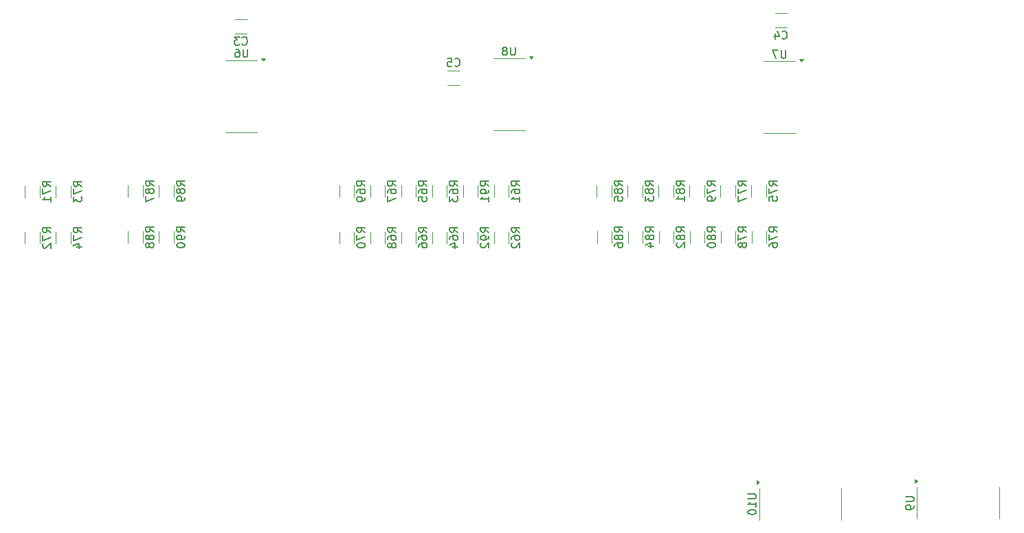
<source format=gbr>
%TF.GenerationSoftware,KiCad,Pcbnew,8.0.1*%
%TF.CreationDate,2024-04-12T11:28:31-03:00*%
%TF.ProjectId,PonchoRema,506f6e63-686f-4526-956d-612e6b696361,rev?*%
%TF.SameCoordinates,Original*%
%TF.FileFunction,Legend,Bot*%
%TF.FilePolarity,Positive*%
%FSLAX46Y46*%
G04 Gerber Fmt 4.6, Leading zero omitted, Abs format (unit mm)*
G04 Created by KiCad (PCBNEW 8.0.1) date 2024-04-12 11:28:31*
%MOMM*%
%LPD*%
G01*
G04 APERTURE LIST*
%ADD10C,0.150000*%
%ADD11C,0.120000*%
G04 APERTURE END LIST*
D10*
X166020819Y-122336095D02*
X166830342Y-122336095D01*
X166830342Y-122336095D02*
X166925580Y-122383714D01*
X166925580Y-122383714D02*
X166973200Y-122431333D01*
X166973200Y-122431333D02*
X167020819Y-122526571D01*
X167020819Y-122526571D02*
X167020819Y-122717047D01*
X167020819Y-122717047D02*
X166973200Y-122812285D01*
X166973200Y-122812285D02*
X166925580Y-122859904D01*
X166925580Y-122859904D02*
X166830342Y-122907523D01*
X166830342Y-122907523D02*
X166020819Y-122907523D01*
X167020819Y-123431333D02*
X167020819Y-123621809D01*
X167020819Y-123621809D02*
X166973200Y-123717047D01*
X166973200Y-123717047D02*
X166925580Y-123764666D01*
X166925580Y-123764666D02*
X166782723Y-123859904D01*
X166782723Y-123859904D02*
X166592247Y-123907523D01*
X166592247Y-123907523D02*
X166211295Y-123907523D01*
X166211295Y-123907523D02*
X166116057Y-123859904D01*
X166116057Y-123859904D02*
X166068438Y-123812285D01*
X166068438Y-123812285D02*
X166020819Y-123717047D01*
X166020819Y-123717047D02*
X166020819Y-123526571D01*
X166020819Y-123526571D02*
X166068438Y-123431333D01*
X166068438Y-123431333D02*
X166116057Y-123383714D01*
X166116057Y-123383714D02*
X166211295Y-123336095D01*
X166211295Y-123336095D02*
X166449390Y-123336095D01*
X166449390Y-123336095D02*
X166544628Y-123383714D01*
X166544628Y-123383714D02*
X166592247Y-123431333D01*
X166592247Y-123431333D02*
X166639866Y-123526571D01*
X166639866Y-123526571D02*
X166639866Y-123717047D01*
X166639866Y-123717047D02*
X166592247Y-123812285D01*
X166592247Y-123812285D02*
X166544628Y-123859904D01*
X166544628Y-123859904D02*
X166449390Y-123907523D01*
X99417609Y-83969435D02*
X98941418Y-83636102D01*
X99417609Y-83398007D02*
X98417609Y-83398007D01*
X98417609Y-83398007D02*
X98417609Y-83778959D01*
X98417609Y-83778959D02*
X98465228Y-83874197D01*
X98465228Y-83874197D02*
X98512847Y-83921816D01*
X98512847Y-83921816D02*
X98608085Y-83969435D01*
X98608085Y-83969435D02*
X98750942Y-83969435D01*
X98750942Y-83969435D02*
X98846180Y-83921816D01*
X98846180Y-83921816D02*
X98893799Y-83874197D01*
X98893799Y-83874197D02*
X98941418Y-83778959D01*
X98941418Y-83778959D02*
X98941418Y-83398007D01*
X98417609Y-84826578D02*
X98417609Y-84636102D01*
X98417609Y-84636102D02*
X98465228Y-84540864D01*
X98465228Y-84540864D02*
X98512847Y-84493245D01*
X98512847Y-84493245D02*
X98655704Y-84398007D01*
X98655704Y-84398007D02*
X98846180Y-84350388D01*
X98846180Y-84350388D02*
X99227132Y-84350388D01*
X99227132Y-84350388D02*
X99322370Y-84398007D01*
X99322370Y-84398007D02*
X99369990Y-84445626D01*
X99369990Y-84445626D02*
X99417609Y-84540864D01*
X99417609Y-84540864D02*
X99417609Y-84731340D01*
X99417609Y-84731340D02*
X99369990Y-84826578D01*
X99369990Y-84826578D02*
X99322370Y-84874197D01*
X99322370Y-84874197D02*
X99227132Y-84921816D01*
X99227132Y-84921816D02*
X98989037Y-84921816D01*
X98989037Y-84921816D02*
X98893799Y-84874197D01*
X98893799Y-84874197D02*
X98846180Y-84826578D01*
X98846180Y-84826578D02*
X98798561Y-84731340D01*
X98798561Y-84731340D02*
X98798561Y-84540864D01*
X98798561Y-84540864D02*
X98846180Y-84445626D01*
X98846180Y-84445626D02*
X98893799Y-84398007D01*
X98893799Y-84398007D02*
X98989037Y-84350388D01*
X99417609Y-85398007D02*
X99417609Y-85588483D01*
X99417609Y-85588483D02*
X99369990Y-85683721D01*
X99369990Y-85683721D02*
X99322370Y-85731340D01*
X99322370Y-85731340D02*
X99179513Y-85826578D01*
X99179513Y-85826578D02*
X98989037Y-85874197D01*
X98989037Y-85874197D02*
X98608085Y-85874197D01*
X98608085Y-85874197D02*
X98512847Y-85826578D01*
X98512847Y-85826578D02*
X98465228Y-85778959D01*
X98465228Y-85778959D02*
X98417609Y-85683721D01*
X98417609Y-85683721D02*
X98417609Y-85493245D01*
X98417609Y-85493245D02*
X98465228Y-85398007D01*
X98465228Y-85398007D02*
X98512847Y-85350388D01*
X98512847Y-85350388D02*
X98608085Y-85302769D01*
X98608085Y-85302769D02*
X98846180Y-85302769D01*
X98846180Y-85302769D02*
X98941418Y-85350388D01*
X98941418Y-85350388D02*
X98989037Y-85398007D01*
X98989037Y-85398007D02*
X99036656Y-85493245D01*
X99036656Y-85493245D02*
X99036656Y-85683721D01*
X99036656Y-85683721D02*
X98989037Y-85778959D01*
X98989037Y-85778959D02*
X98941418Y-85826578D01*
X98941418Y-85826578D02*
X98846180Y-85874197D01*
X150806666Y-65739580D02*
X150854285Y-65787200D01*
X150854285Y-65787200D02*
X150997142Y-65834819D01*
X150997142Y-65834819D02*
X151092380Y-65834819D01*
X151092380Y-65834819D02*
X151235237Y-65787200D01*
X151235237Y-65787200D02*
X151330475Y-65691961D01*
X151330475Y-65691961D02*
X151378094Y-65596723D01*
X151378094Y-65596723D02*
X151425713Y-65406247D01*
X151425713Y-65406247D02*
X151425713Y-65263390D01*
X151425713Y-65263390D02*
X151378094Y-65072914D01*
X151378094Y-65072914D02*
X151330475Y-64977676D01*
X151330475Y-64977676D02*
X151235237Y-64882438D01*
X151235237Y-64882438D02*
X151092380Y-64834819D01*
X151092380Y-64834819D02*
X150997142Y-64834819D01*
X150997142Y-64834819D02*
X150854285Y-64882438D01*
X150854285Y-64882438D02*
X150806666Y-64930057D01*
X149949523Y-65168152D02*
X149949523Y-65834819D01*
X150187618Y-64787200D02*
X150425713Y-65501485D01*
X150425713Y-65501485D02*
X149806666Y-65501485D01*
X142583457Y-83927142D02*
X142107266Y-83593809D01*
X142583457Y-83355714D02*
X141583457Y-83355714D01*
X141583457Y-83355714D02*
X141583457Y-83736666D01*
X141583457Y-83736666D02*
X141631076Y-83831904D01*
X141631076Y-83831904D02*
X141678695Y-83879523D01*
X141678695Y-83879523D02*
X141773933Y-83927142D01*
X141773933Y-83927142D02*
X141916790Y-83927142D01*
X141916790Y-83927142D02*
X142012028Y-83879523D01*
X142012028Y-83879523D02*
X142059647Y-83831904D01*
X142059647Y-83831904D02*
X142107266Y-83736666D01*
X142107266Y-83736666D02*
X142107266Y-83355714D01*
X141583457Y-84260476D02*
X141583457Y-84927142D01*
X141583457Y-84927142D02*
X142583457Y-84498571D01*
X142583457Y-85355714D02*
X142583457Y-85546190D01*
X142583457Y-85546190D02*
X142535838Y-85641428D01*
X142535838Y-85641428D02*
X142488218Y-85689047D01*
X142488218Y-85689047D02*
X142345361Y-85784285D01*
X142345361Y-85784285D02*
X142154885Y-85831904D01*
X142154885Y-85831904D02*
X141773933Y-85831904D01*
X141773933Y-85831904D02*
X141678695Y-85784285D01*
X141678695Y-85784285D02*
X141631076Y-85736666D01*
X141631076Y-85736666D02*
X141583457Y-85641428D01*
X141583457Y-85641428D02*
X141583457Y-85450952D01*
X141583457Y-85450952D02*
X141631076Y-85355714D01*
X141631076Y-85355714D02*
X141678695Y-85308095D01*
X141678695Y-85308095D02*
X141773933Y-85260476D01*
X141773933Y-85260476D02*
X142012028Y-85260476D01*
X142012028Y-85260476D02*
X142107266Y-85308095D01*
X142107266Y-85308095D02*
X142154885Y-85355714D01*
X142154885Y-85355714D02*
X142202504Y-85450952D01*
X142202504Y-85450952D02*
X142202504Y-85641428D01*
X142202504Y-85641428D02*
X142154885Y-85736666D01*
X142154885Y-85736666D02*
X142107266Y-85784285D01*
X142107266Y-85784285D02*
X142012028Y-85831904D01*
X110480666Y-69121580D02*
X110528285Y-69169200D01*
X110528285Y-69169200D02*
X110671142Y-69216819D01*
X110671142Y-69216819D02*
X110766380Y-69216819D01*
X110766380Y-69216819D02*
X110909237Y-69169200D01*
X110909237Y-69169200D02*
X111004475Y-69073961D01*
X111004475Y-69073961D02*
X111052094Y-68978723D01*
X111052094Y-68978723D02*
X111099713Y-68788247D01*
X111099713Y-68788247D02*
X111099713Y-68645390D01*
X111099713Y-68645390D02*
X111052094Y-68454914D01*
X111052094Y-68454914D02*
X111004475Y-68359676D01*
X111004475Y-68359676D02*
X110909237Y-68264438D01*
X110909237Y-68264438D02*
X110766380Y-68216819D01*
X110766380Y-68216819D02*
X110671142Y-68216819D01*
X110671142Y-68216819D02*
X110528285Y-68264438D01*
X110528285Y-68264438D02*
X110480666Y-68312057D01*
X109575904Y-68216819D02*
X110052094Y-68216819D01*
X110052094Y-68216819D02*
X110099713Y-68693009D01*
X110099713Y-68693009D02*
X110052094Y-68645390D01*
X110052094Y-68645390D02*
X109956856Y-68597771D01*
X109956856Y-68597771D02*
X109718761Y-68597771D01*
X109718761Y-68597771D02*
X109623523Y-68645390D01*
X109623523Y-68645390D02*
X109575904Y-68693009D01*
X109575904Y-68693009D02*
X109528285Y-68788247D01*
X109528285Y-68788247D02*
X109528285Y-69026342D01*
X109528285Y-69026342D02*
X109575904Y-69121580D01*
X109575904Y-69121580D02*
X109623523Y-69169200D01*
X109623523Y-69169200D02*
X109718761Y-69216819D01*
X109718761Y-69216819D02*
X109956856Y-69216819D01*
X109956856Y-69216819D02*
X110052094Y-69169200D01*
X110052094Y-69169200D02*
X110099713Y-69121580D01*
X107037609Y-83969435D02*
X106561418Y-83636102D01*
X107037609Y-83398007D02*
X106037609Y-83398007D01*
X106037609Y-83398007D02*
X106037609Y-83778959D01*
X106037609Y-83778959D02*
X106085228Y-83874197D01*
X106085228Y-83874197D02*
X106132847Y-83921816D01*
X106132847Y-83921816D02*
X106228085Y-83969435D01*
X106228085Y-83969435D02*
X106370942Y-83969435D01*
X106370942Y-83969435D02*
X106466180Y-83921816D01*
X106466180Y-83921816D02*
X106513799Y-83874197D01*
X106513799Y-83874197D02*
X106561418Y-83778959D01*
X106561418Y-83778959D02*
X106561418Y-83398007D01*
X106037609Y-84826578D02*
X106037609Y-84636102D01*
X106037609Y-84636102D02*
X106085228Y-84540864D01*
X106085228Y-84540864D02*
X106132847Y-84493245D01*
X106132847Y-84493245D02*
X106275704Y-84398007D01*
X106275704Y-84398007D02*
X106466180Y-84350388D01*
X106466180Y-84350388D02*
X106847132Y-84350388D01*
X106847132Y-84350388D02*
X106942370Y-84398007D01*
X106942370Y-84398007D02*
X106989990Y-84445626D01*
X106989990Y-84445626D02*
X107037609Y-84540864D01*
X107037609Y-84540864D02*
X107037609Y-84731340D01*
X107037609Y-84731340D02*
X106989990Y-84826578D01*
X106989990Y-84826578D02*
X106942370Y-84874197D01*
X106942370Y-84874197D02*
X106847132Y-84921816D01*
X106847132Y-84921816D02*
X106609037Y-84921816D01*
X106609037Y-84921816D02*
X106513799Y-84874197D01*
X106513799Y-84874197D02*
X106466180Y-84826578D01*
X106466180Y-84826578D02*
X106418561Y-84731340D01*
X106418561Y-84731340D02*
X106418561Y-84540864D01*
X106418561Y-84540864D02*
X106466180Y-84445626D01*
X106466180Y-84445626D02*
X106513799Y-84398007D01*
X106513799Y-84398007D02*
X106609037Y-84350388D01*
X106037609Y-85826578D02*
X106037609Y-85350388D01*
X106037609Y-85350388D02*
X106513799Y-85302769D01*
X106513799Y-85302769D02*
X106466180Y-85350388D01*
X106466180Y-85350388D02*
X106418561Y-85445626D01*
X106418561Y-85445626D02*
X106418561Y-85683721D01*
X106418561Y-85683721D02*
X106466180Y-85778959D01*
X106466180Y-85778959D02*
X106513799Y-85826578D01*
X106513799Y-85826578D02*
X106609037Y-85874197D01*
X106609037Y-85874197D02*
X106847132Y-85874197D01*
X106847132Y-85874197D02*
X106942370Y-85826578D01*
X106942370Y-85826578D02*
X106989990Y-85778959D01*
X106989990Y-85778959D02*
X107037609Y-85683721D01*
X107037609Y-85683721D02*
X107037609Y-85445626D01*
X107037609Y-85445626D02*
X106989990Y-85350388D01*
X106989990Y-85350388D02*
X106942370Y-85302769D01*
X110847609Y-83969435D02*
X110371418Y-83636102D01*
X110847609Y-83398007D02*
X109847609Y-83398007D01*
X109847609Y-83398007D02*
X109847609Y-83778959D01*
X109847609Y-83778959D02*
X109895228Y-83874197D01*
X109895228Y-83874197D02*
X109942847Y-83921816D01*
X109942847Y-83921816D02*
X110038085Y-83969435D01*
X110038085Y-83969435D02*
X110180942Y-83969435D01*
X110180942Y-83969435D02*
X110276180Y-83921816D01*
X110276180Y-83921816D02*
X110323799Y-83874197D01*
X110323799Y-83874197D02*
X110371418Y-83778959D01*
X110371418Y-83778959D02*
X110371418Y-83398007D01*
X109847609Y-84826578D02*
X109847609Y-84636102D01*
X109847609Y-84636102D02*
X109895228Y-84540864D01*
X109895228Y-84540864D02*
X109942847Y-84493245D01*
X109942847Y-84493245D02*
X110085704Y-84398007D01*
X110085704Y-84398007D02*
X110276180Y-84350388D01*
X110276180Y-84350388D02*
X110657132Y-84350388D01*
X110657132Y-84350388D02*
X110752370Y-84398007D01*
X110752370Y-84398007D02*
X110799990Y-84445626D01*
X110799990Y-84445626D02*
X110847609Y-84540864D01*
X110847609Y-84540864D02*
X110847609Y-84731340D01*
X110847609Y-84731340D02*
X110799990Y-84826578D01*
X110799990Y-84826578D02*
X110752370Y-84874197D01*
X110752370Y-84874197D02*
X110657132Y-84921816D01*
X110657132Y-84921816D02*
X110419037Y-84921816D01*
X110419037Y-84921816D02*
X110323799Y-84874197D01*
X110323799Y-84874197D02*
X110276180Y-84826578D01*
X110276180Y-84826578D02*
X110228561Y-84731340D01*
X110228561Y-84731340D02*
X110228561Y-84540864D01*
X110228561Y-84540864D02*
X110276180Y-84445626D01*
X110276180Y-84445626D02*
X110323799Y-84398007D01*
X110323799Y-84398007D02*
X110419037Y-84350388D01*
X109847609Y-85255150D02*
X109847609Y-85874197D01*
X109847609Y-85874197D02*
X110228561Y-85540864D01*
X110228561Y-85540864D02*
X110228561Y-85683721D01*
X110228561Y-85683721D02*
X110276180Y-85778959D01*
X110276180Y-85778959D02*
X110323799Y-85826578D01*
X110323799Y-85826578D02*
X110419037Y-85874197D01*
X110419037Y-85874197D02*
X110657132Y-85874197D01*
X110657132Y-85874197D02*
X110752370Y-85826578D01*
X110752370Y-85826578D02*
X110799990Y-85778959D01*
X110799990Y-85778959D02*
X110847609Y-85683721D01*
X110847609Y-85683721D02*
X110847609Y-85398007D01*
X110847609Y-85398007D02*
X110799990Y-85302769D01*
X110799990Y-85302769D02*
X110752370Y-85255150D01*
X73394819Y-89655240D02*
X72918628Y-89321907D01*
X73394819Y-89083812D02*
X72394819Y-89083812D01*
X72394819Y-89083812D02*
X72394819Y-89464764D01*
X72394819Y-89464764D02*
X72442438Y-89560002D01*
X72442438Y-89560002D02*
X72490057Y-89607621D01*
X72490057Y-89607621D02*
X72585295Y-89655240D01*
X72585295Y-89655240D02*
X72728152Y-89655240D01*
X72728152Y-89655240D02*
X72823390Y-89607621D01*
X72823390Y-89607621D02*
X72871009Y-89560002D01*
X72871009Y-89560002D02*
X72918628Y-89464764D01*
X72918628Y-89464764D02*
X72918628Y-89083812D01*
X72823390Y-90226669D02*
X72775771Y-90131431D01*
X72775771Y-90131431D02*
X72728152Y-90083812D01*
X72728152Y-90083812D02*
X72632914Y-90036193D01*
X72632914Y-90036193D02*
X72585295Y-90036193D01*
X72585295Y-90036193D02*
X72490057Y-90083812D01*
X72490057Y-90083812D02*
X72442438Y-90131431D01*
X72442438Y-90131431D02*
X72394819Y-90226669D01*
X72394819Y-90226669D02*
X72394819Y-90417145D01*
X72394819Y-90417145D02*
X72442438Y-90512383D01*
X72442438Y-90512383D02*
X72490057Y-90560002D01*
X72490057Y-90560002D02*
X72585295Y-90607621D01*
X72585295Y-90607621D02*
X72632914Y-90607621D01*
X72632914Y-90607621D02*
X72728152Y-90560002D01*
X72728152Y-90560002D02*
X72775771Y-90512383D01*
X72775771Y-90512383D02*
X72823390Y-90417145D01*
X72823390Y-90417145D02*
X72823390Y-90226669D01*
X72823390Y-90226669D02*
X72871009Y-90131431D01*
X72871009Y-90131431D02*
X72918628Y-90083812D01*
X72918628Y-90083812D02*
X73013866Y-90036193D01*
X73013866Y-90036193D02*
X73204342Y-90036193D01*
X73204342Y-90036193D02*
X73299580Y-90083812D01*
X73299580Y-90083812D02*
X73347200Y-90131431D01*
X73347200Y-90131431D02*
X73394819Y-90226669D01*
X73394819Y-90226669D02*
X73394819Y-90417145D01*
X73394819Y-90417145D02*
X73347200Y-90512383D01*
X73347200Y-90512383D02*
X73299580Y-90560002D01*
X73299580Y-90560002D02*
X73204342Y-90607621D01*
X73204342Y-90607621D02*
X73013866Y-90607621D01*
X73013866Y-90607621D02*
X72918628Y-90560002D01*
X72918628Y-90560002D02*
X72871009Y-90512383D01*
X72871009Y-90512383D02*
X72823390Y-90417145D01*
X72823390Y-91179050D02*
X72775771Y-91083812D01*
X72775771Y-91083812D02*
X72728152Y-91036193D01*
X72728152Y-91036193D02*
X72632914Y-90988574D01*
X72632914Y-90988574D02*
X72585295Y-90988574D01*
X72585295Y-90988574D02*
X72490057Y-91036193D01*
X72490057Y-91036193D02*
X72442438Y-91083812D01*
X72442438Y-91083812D02*
X72394819Y-91179050D01*
X72394819Y-91179050D02*
X72394819Y-91369526D01*
X72394819Y-91369526D02*
X72442438Y-91464764D01*
X72442438Y-91464764D02*
X72490057Y-91512383D01*
X72490057Y-91512383D02*
X72585295Y-91560002D01*
X72585295Y-91560002D02*
X72632914Y-91560002D01*
X72632914Y-91560002D02*
X72728152Y-91512383D01*
X72728152Y-91512383D02*
X72775771Y-91464764D01*
X72775771Y-91464764D02*
X72823390Y-91369526D01*
X72823390Y-91369526D02*
X72823390Y-91179050D01*
X72823390Y-91179050D02*
X72871009Y-91083812D01*
X72871009Y-91083812D02*
X72918628Y-91036193D01*
X72918628Y-91036193D02*
X73013866Y-90988574D01*
X73013866Y-90988574D02*
X73204342Y-90988574D01*
X73204342Y-90988574D02*
X73299580Y-91036193D01*
X73299580Y-91036193D02*
X73347200Y-91083812D01*
X73347200Y-91083812D02*
X73394819Y-91179050D01*
X73394819Y-91179050D02*
X73394819Y-91369526D01*
X73394819Y-91369526D02*
X73347200Y-91464764D01*
X73347200Y-91464764D02*
X73299580Y-91512383D01*
X73299580Y-91512383D02*
X73204342Y-91560002D01*
X73204342Y-91560002D02*
X73013866Y-91560002D01*
X73013866Y-91560002D02*
X72918628Y-91512383D01*
X72918628Y-91512383D02*
X72871009Y-91464764D01*
X72871009Y-91464764D02*
X72823390Y-91369526D01*
X146419819Y-89642142D02*
X145943628Y-89308809D01*
X146419819Y-89070714D02*
X145419819Y-89070714D01*
X145419819Y-89070714D02*
X145419819Y-89451666D01*
X145419819Y-89451666D02*
X145467438Y-89546904D01*
X145467438Y-89546904D02*
X145515057Y-89594523D01*
X145515057Y-89594523D02*
X145610295Y-89642142D01*
X145610295Y-89642142D02*
X145753152Y-89642142D01*
X145753152Y-89642142D02*
X145848390Y-89594523D01*
X145848390Y-89594523D02*
X145896009Y-89546904D01*
X145896009Y-89546904D02*
X145943628Y-89451666D01*
X145943628Y-89451666D02*
X145943628Y-89070714D01*
X145419819Y-89975476D02*
X145419819Y-90642142D01*
X145419819Y-90642142D02*
X146419819Y-90213571D01*
X145848390Y-91165952D02*
X145800771Y-91070714D01*
X145800771Y-91070714D02*
X145753152Y-91023095D01*
X145753152Y-91023095D02*
X145657914Y-90975476D01*
X145657914Y-90975476D02*
X145610295Y-90975476D01*
X145610295Y-90975476D02*
X145515057Y-91023095D01*
X145515057Y-91023095D02*
X145467438Y-91070714D01*
X145467438Y-91070714D02*
X145419819Y-91165952D01*
X145419819Y-91165952D02*
X145419819Y-91356428D01*
X145419819Y-91356428D02*
X145467438Y-91451666D01*
X145467438Y-91451666D02*
X145515057Y-91499285D01*
X145515057Y-91499285D02*
X145610295Y-91546904D01*
X145610295Y-91546904D02*
X145657914Y-91546904D01*
X145657914Y-91546904D02*
X145753152Y-91499285D01*
X145753152Y-91499285D02*
X145800771Y-91451666D01*
X145800771Y-91451666D02*
X145848390Y-91356428D01*
X145848390Y-91356428D02*
X145848390Y-91165952D01*
X145848390Y-91165952D02*
X145896009Y-91070714D01*
X145896009Y-91070714D02*
X145943628Y-91023095D01*
X145943628Y-91023095D02*
X146038866Y-90975476D01*
X146038866Y-90975476D02*
X146229342Y-90975476D01*
X146229342Y-90975476D02*
X146324580Y-91023095D01*
X146324580Y-91023095D02*
X146372200Y-91070714D01*
X146372200Y-91070714D02*
X146419819Y-91165952D01*
X146419819Y-91165952D02*
X146419819Y-91356428D01*
X146419819Y-91356428D02*
X146372200Y-91451666D01*
X146372200Y-91451666D02*
X146324580Y-91499285D01*
X146324580Y-91499285D02*
X146229342Y-91546904D01*
X146229342Y-91546904D02*
X146038866Y-91546904D01*
X146038866Y-91546904D02*
X145943628Y-91499285D01*
X145943628Y-91499285D02*
X145896009Y-91451666D01*
X145896009Y-91451666D02*
X145848390Y-91356428D01*
X134989819Y-89642142D02*
X134513628Y-89308809D01*
X134989819Y-89070714D02*
X133989819Y-89070714D01*
X133989819Y-89070714D02*
X133989819Y-89451666D01*
X133989819Y-89451666D02*
X134037438Y-89546904D01*
X134037438Y-89546904D02*
X134085057Y-89594523D01*
X134085057Y-89594523D02*
X134180295Y-89642142D01*
X134180295Y-89642142D02*
X134323152Y-89642142D01*
X134323152Y-89642142D02*
X134418390Y-89594523D01*
X134418390Y-89594523D02*
X134466009Y-89546904D01*
X134466009Y-89546904D02*
X134513628Y-89451666D01*
X134513628Y-89451666D02*
X134513628Y-89070714D01*
X134418390Y-90213571D02*
X134370771Y-90118333D01*
X134370771Y-90118333D02*
X134323152Y-90070714D01*
X134323152Y-90070714D02*
X134227914Y-90023095D01*
X134227914Y-90023095D02*
X134180295Y-90023095D01*
X134180295Y-90023095D02*
X134085057Y-90070714D01*
X134085057Y-90070714D02*
X134037438Y-90118333D01*
X134037438Y-90118333D02*
X133989819Y-90213571D01*
X133989819Y-90213571D02*
X133989819Y-90404047D01*
X133989819Y-90404047D02*
X134037438Y-90499285D01*
X134037438Y-90499285D02*
X134085057Y-90546904D01*
X134085057Y-90546904D02*
X134180295Y-90594523D01*
X134180295Y-90594523D02*
X134227914Y-90594523D01*
X134227914Y-90594523D02*
X134323152Y-90546904D01*
X134323152Y-90546904D02*
X134370771Y-90499285D01*
X134370771Y-90499285D02*
X134418390Y-90404047D01*
X134418390Y-90404047D02*
X134418390Y-90213571D01*
X134418390Y-90213571D02*
X134466009Y-90118333D01*
X134466009Y-90118333D02*
X134513628Y-90070714D01*
X134513628Y-90070714D02*
X134608866Y-90023095D01*
X134608866Y-90023095D02*
X134799342Y-90023095D01*
X134799342Y-90023095D02*
X134894580Y-90070714D01*
X134894580Y-90070714D02*
X134942200Y-90118333D01*
X134942200Y-90118333D02*
X134989819Y-90213571D01*
X134989819Y-90213571D02*
X134989819Y-90404047D01*
X134989819Y-90404047D02*
X134942200Y-90499285D01*
X134942200Y-90499285D02*
X134894580Y-90546904D01*
X134894580Y-90546904D02*
X134799342Y-90594523D01*
X134799342Y-90594523D02*
X134608866Y-90594523D01*
X134608866Y-90594523D02*
X134513628Y-90546904D01*
X134513628Y-90546904D02*
X134466009Y-90499285D01*
X134466009Y-90499285D02*
X134418390Y-90404047D01*
X134323152Y-91451666D02*
X134989819Y-91451666D01*
X133942200Y-91213571D02*
X134656485Y-90975476D01*
X134656485Y-90975476D02*
X134656485Y-91594523D01*
X77204819Y-89655240D02*
X76728628Y-89321907D01*
X77204819Y-89083812D02*
X76204819Y-89083812D01*
X76204819Y-89083812D02*
X76204819Y-89464764D01*
X76204819Y-89464764D02*
X76252438Y-89560002D01*
X76252438Y-89560002D02*
X76300057Y-89607621D01*
X76300057Y-89607621D02*
X76395295Y-89655240D01*
X76395295Y-89655240D02*
X76538152Y-89655240D01*
X76538152Y-89655240D02*
X76633390Y-89607621D01*
X76633390Y-89607621D02*
X76681009Y-89560002D01*
X76681009Y-89560002D02*
X76728628Y-89464764D01*
X76728628Y-89464764D02*
X76728628Y-89083812D01*
X77204819Y-90131431D02*
X77204819Y-90321907D01*
X77204819Y-90321907D02*
X77157200Y-90417145D01*
X77157200Y-90417145D02*
X77109580Y-90464764D01*
X77109580Y-90464764D02*
X76966723Y-90560002D01*
X76966723Y-90560002D02*
X76776247Y-90607621D01*
X76776247Y-90607621D02*
X76395295Y-90607621D01*
X76395295Y-90607621D02*
X76300057Y-90560002D01*
X76300057Y-90560002D02*
X76252438Y-90512383D01*
X76252438Y-90512383D02*
X76204819Y-90417145D01*
X76204819Y-90417145D02*
X76204819Y-90226669D01*
X76204819Y-90226669D02*
X76252438Y-90131431D01*
X76252438Y-90131431D02*
X76300057Y-90083812D01*
X76300057Y-90083812D02*
X76395295Y-90036193D01*
X76395295Y-90036193D02*
X76633390Y-90036193D01*
X76633390Y-90036193D02*
X76728628Y-90083812D01*
X76728628Y-90083812D02*
X76776247Y-90131431D01*
X76776247Y-90131431D02*
X76823866Y-90226669D01*
X76823866Y-90226669D02*
X76823866Y-90417145D01*
X76823866Y-90417145D02*
X76776247Y-90512383D01*
X76776247Y-90512383D02*
X76728628Y-90560002D01*
X76728628Y-90560002D02*
X76633390Y-90607621D01*
X76204819Y-91226669D02*
X76204819Y-91321907D01*
X76204819Y-91321907D02*
X76252438Y-91417145D01*
X76252438Y-91417145D02*
X76300057Y-91464764D01*
X76300057Y-91464764D02*
X76395295Y-91512383D01*
X76395295Y-91512383D02*
X76585771Y-91560002D01*
X76585771Y-91560002D02*
X76823866Y-91560002D01*
X76823866Y-91560002D02*
X77014342Y-91512383D01*
X77014342Y-91512383D02*
X77109580Y-91464764D01*
X77109580Y-91464764D02*
X77157200Y-91417145D01*
X77157200Y-91417145D02*
X77204819Y-91321907D01*
X77204819Y-91321907D02*
X77204819Y-91226669D01*
X77204819Y-91226669D02*
X77157200Y-91131431D01*
X77157200Y-91131431D02*
X77109580Y-91083812D01*
X77109580Y-91083812D02*
X77014342Y-91036193D01*
X77014342Y-91036193D02*
X76823866Y-90988574D01*
X76823866Y-90988574D02*
X76585771Y-90988574D01*
X76585771Y-90988574D02*
X76395295Y-91036193D01*
X76395295Y-91036193D02*
X76300057Y-91083812D01*
X76300057Y-91083812D02*
X76252438Y-91131431D01*
X76252438Y-91131431D02*
X76204819Y-91226669D01*
X151256904Y-67199819D02*
X151256904Y-68009342D01*
X151256904Y-68009342D02*
X151209285Y-68104580D01*
X151209285Y-68104580D02*
X151161666Y-68152200D01*
X151161666Y-68152200D02*
X151066428Y-68199819D01*
X151066428Y-68199819D02*
X150875952Y-68199819D01*
X150875952Y-68199819D02*
X150780714Y-68152200D01*
X150780714Y-68152200D02*
X150733095Y-68104580D01*
X150733095Y-68104580D02*
X150685476Y-68009342D01*
X150685476Y-68009342D02*
X150685476Y-67199819D01*
X150304523Y-67199819D02*
X149637857Y-67199819D01*
X149637857Y-67199819D02*
X150066428Y-68199819D01*
X146393457Y-83927142D02*
X145917266Y-83593809D01*
X146393457Y-83355714D02*
X145393457Y-83355714D01*
X145393457Y-83355714D02*
X145393457Y-83736666D01*
X145393457Y-83736666D02*
X145441076Y-83831904D01*
X145441076Y-83831904D02*
X145488695Y-83879523D01*
X145488695Y-83879523D02*
X145583933Y-83927142D01*
X145583933Y-83927142D02*
X145726790Y-83927142D01*
X145726790Y-83927142D02*
X145822028Y-83879523D01*
X145822028Y-83879523D02*
X145869647Y-83831904D01*
X145869647Y-83831904D02*
X145917266Y-83736666D01*
X145917266Y-83736666D02*
X145917266Y-83355714D01*
X145393457Y-84260476D02*
X145393457Y-84927142D01*
X145393457Y-84927142D02*
X146393457Y-84498571D01*
X145393457Y-85212857D02*
X145393457Y-85879523D01*
X145393457Y-85879523D02*
X146393457Y-85450952D01*
X60694819Y-84004642D02*
X60218628Y-83671309D01*
X60694819Y-83433214D02*
X59694819Y-83433214D01*
X59694819Y-83433214D02*
X59694819Y-83814166D01*
X59694819Y-83814166D02*
X59742438Y-83909404D01*
X59742438Y-83909404D02*
X59790057Y-83957023D01*
X59790057Y-83957023D02*
X59885295Y-84004642D01*
X59885295Y-84004642D02*
X60028152Y-84004642D01*
X60028152Y-84004642D02*
X60123390Y-83957023D01*
X60123390Y-83957023D02*
X60171009Y-83909404D01*
X60171009Y-83909404D02*
X60218628Y-83814166D01*
X60218628Y-83814166D02*
X60218628Y-83433214D01*
X59694819Y-84337976D02*
X59694819Y-85004642D01*
X59694819Y-85004642D02*
X60694819Y-84576071D01*
X60694819Y-85909404D02*
X60694819Y-85337976D01*
X60694819Y-85623690D02*
X59694819Y-85623690D01*
X59694819Y-85623690D02*
X59837676Y-85528452D01*
X59837676Y-85528452D02*
X59932914Y-85433214D01*
X59932914Y-85433214D02*
X59980533Y-85337976D01*
X146589819Y-121986905D02*
X147399342Y-121986905D01*
X147399342Y-121986905D02*
X147494580Y-122034524D01*
X147494580Y-122034524D02*
X147542200Y-122082143D01*
X147542200Y-122082143D02*
X147589819Y-122177381D01*
X147589819Y-122177381D02*
X147589819Y-122367857D01*
X147589819Y-122367857D02*
X147542200Y-122463095D01*
X147542200Y-122463095D02*
X147494580Y-122510714D01*
X147494580Y-122510714D02*
X147399342Y-122558333D01*
X147399342Y-122558333D02*
X146589819Y-122558333D01*
X147589819Y-123558333D02*
X147589819Y-122986905D01*
X147589819Y-123272619D02*
X146589819Y-123272619D01*
X146589819Y-123272619D02*
X146732676Y-123177381D01*
X146732676Y-123177381D02*
X146827914Y-123082143D01*
X146827914Y-123082143D02*
X146875533Y-122986905D01*
X146589819Y-124177381D02*
X146589819Y-124272619D01*
X146589819Y-124272619D02*
X146637438Y-124367857D01*
X146637438Y-124367857D02*
X146685057Y-124415476D01*
X146685057Y-124415476D02*
X146780295Y-124463095D01*
X146780295Y-124463095D02*
X146970771Y-124510714D01*
X146970771Y-124510714D02*
X147208866Y-124510714D01*
X147208866Y-124510714D02*
X147399342Y-124463095D01*
X147399342Y-124463095D02*
X147494580Y-124415476D01*
X147494580Y-124415476D02*
X147542200Y-124367857D01*
X147542200Y-124367857D02*
X147589819Y-124272619D01*
X147589819Y-124272619D02*
X147589819Y-124177381D01*
X147589819Y-124177381D02*
X147542200Y-124082143D01*
X147542200Y-124082143D02*
X147494580Y-124034524D01*
X147494580Y-124034524D02*
X147399342Y-123986905D01*
X147399342Y-123986905D02*
X147208866Y-123939286D01*
X147208866Y-123939286D02*
X146970771Y-123939286D01*
X146970771Y-123939286D02*
X146780295Y-123986905D01*
X146780295Y-123986905D02*
X146685057Y-124034524D01*
X146685057Y-124034524D02*
X146637438Y-124082143D01*
X146637438Y-124082143D02*
X146589819Y-124177381D01*
X131179819Y-89642142D02*
X130703628Y-89308809D01*
X131179819Y-89070714D02*
X130179819Y-89070714D01*
X130179819Y-89070714D02*
X130179819Y-89451666D01*
X130179819Y-89451666D02*
X130227438Y-89546904D01*
X130227438Y-89546904D02*
X130275057Y-89594523D01*
X130275057Y-89594523D02*
X130370295Y-89642142D01*
X130370295Y-89642142D02*
X130513152Y-89642142D01*
X130513152Y-89642142D02*
X130608390Y-89594523D01*
X130608390Y-89594523D02*
X130656009Y-89546904D01*
X130656009Y-89546904D02*
X130703628Y-89451666D01*
X130703628Y-89451666D02*
X130703628Y-89070714D01*
X130608390Y-90213571D02*
X130560771Y-90118333D01*
X130560771Y-90118333D02*
X130513152Y-90070714D01*
X130513152Y-90070714D02*
X130417914Y-90023095D01*
X130417914Y-90023095D02*
X130370295Y-90023095D01*
X130370295Y-90023095D02*
X130275057Y-90070714D01*
X130275057Y-90070714D02*
X130227438Y-90118333D01*
X130227438Y-90118333D02*
X130179819Y-90213571D01*
X130179819Y-90213571D02*
X130179819Y-90404047D01*
X130179819Y-90404047D02*
X130227438Y-90499285D01*
X130227438Y-90499285D02*
X130275057Y-90546904D01*
X130275057Y-90546904D02*
X130370295Y-90594523D01*
X130370295Y-90594523D02*
X130417914Y-90594523D01*
X130417914Y-90594523D02*
X130513152Y-90546904D01*
X130513152Y-90546904D02*
X130560771Y-90499285D01*
X130560771Y-90499285D02*
X130608390Y-90404047D01*
X130608390Y-90404047D02*
X130608390Y-90213571D01*
X130608390Y-90213571D02*
X130656009Y-90118333D01*
X130656009Y-90118333D02*
X130703628Y-90070714D01*
X130703628Y-90070714D02*
X130798866Y-90023095D01*
X130798866Y-90023095D02*
X130989342Y-90023095D01*
X130989342Y-90023095D02*
X131084580Y-90070714D01*
X131084580Y-90070714D02*
X131132200Y-90118333D01*
X131132200Y-90118333D02*
X131179819Y-90213571D01*
X131179819Y-90213571D02*
X131179819Y-90404047D01*
X131179819Y-90404047D02*
X131132200Y-90499285D01*
X131132200Y-90499285D02*
X131084580Y-90546904D01*
X131084580Y-90546904D02*
X130989342Y-90594523D01*
X130989342Y-90594523D02*
X130798866Y-90594523D01*
X130798866Y-90594523D02*
X130703628Y-90546904D01*
X130703628Y-90546904D02*
X130656009Y-90499285D01*
X130656009Y-90499285D02*
X130608390Y-90404047D01*
X130179819Y-91451666D02*
X130179819Y-91261190D01*
X130179819Y-91261190D02*
X130227438Y-91165952D01*
X130227438Y-91165952D02*
X130275057Y-91118333D01*
X130275057Y-91118333D02*
X130417914Y-91023095D01*
X130417914Y-91023095D02*
X130608390Y-90975476D01*
X130608390Y-90975476D02*
X130989342Y-90975476D01*
X130989342Y-90975476D02*
X131084580Y-91023095D01*
X131084580Y-91023095D02*
X131132200Y-91070714D01*
X131132200Y-91070714D02*
X131179819Y-91165952D01*
X131179819Y-91165952D02*
X131179819Y-91356428D01*
X131179819Y-91356428D02*
X131132200Y-91451666D01*
X131132200Y-91451666D02*
X131084580Y-91499285D01*
X131084580Y-91499285D02*
X130989342Y-91546904D01*
X130989342Y-91546904D02*
X130751247Y-91546904D01*
X130751247Y-91546904D02*
X130656009Y-91499285D01*
X130656009Y-91499285D02*
X130608390Y-91451666D01*
X130608390Y-91451666D02*
X130560771Y-91356428D01*
X130560771Y-91356428D02*
X130560771Y-91165952D01*
X130560771Y-91165952D02*
X130608390Y-91070714D01*
X130608390Y-91070714D02*
X130656009Y-91023095D01*
X130656009Y-91023095D02*
X130751247Y-90975476D01*
X150229819Y-89642142D02*
X149753628Y-89308809D01*
X150229819Y-89070714D02*
X149229819Y-89070714D01*
X149229819Y-89070714D02*
X149229819Y-89451666D01*
X149229819Y-89451666D02*
X149277438Y-89546904D01*
X149277438Y-89546904D02*
X149325057Y-89594523D01*
X149325057Y-89594523D02*
X149420295Y-89642142D01*
X149420295Y-89642142D02*
X149563152Y-89642142D01*
X149563152Y-89642142D02*
X149658390Y-89594523D01*
X149658390Y-89594523D02*
X149706009Y-89546904D01*
X149706009Y-89546904D02*
X149753628Y-89451666D01*
X149753628Y-89451666D02*
X149753628Y-89070714D01*
X149229819Y-89975476D02*
X149229819Y-90642142D01*
X149229819Y-90642142D02*
X150229819Y-90213571D01*
X149229819Y-91451666D02*
X149229819Y-91261190D01*
X149229819Y-91261190D02*
X149277438Y-91165952D01*
X149277438Y-91165952D02*
X149325057Y-91118333D01*
X149325057Y-91118333D02*
X149467914Y-91023095D01*
X149467914Y-91023095D02*
X149658390Y-90975476D01*
X149658390Y-90975476D02*
X150039342Y-90975476D01*
X150039342Y-90975476D02*
X150134580Y-91023095D01*
X150134580Y-91023095D02*
X150182200Y-91070714D01*
X150182200Y-91070714D02*
X150229819Y-91165952D01*
X150229819Y-91165952D02*
X150229819Y-91356428D01*
X150229819Y-91356428D02*
X150182200Y-91451666D01*
X150182200Y-91451666D02*
X150134580Y-91499285D01*
X150134580Y-91499285D02*
X150039342Y-91546904D01*
X150039342Y-91546904D02*
X149801247Y-91546904D01*
X149801247Y-91546904D02*
X149706009Y-91499285D01*
X149706009Y-91499285D02*
X149658390Y-91451666D01*
X149658390Y-91451666D02*
X149610771Y-91356428D01*
X149610771Y-91356428D02*
X149610771Y-91165952D01*
X149610771Y-91165952D02*
X149658390Y-91070714D01*
X149658390Y-91070714D02*
X149706009Y-91023095D01*
X149706009Y-91023095D02*
X149801247Y-90975476D01*
X138773457Y-83927142D02*
X138297266Y-83593809D01*
X138773457Y-83355714D02*
X137773457Y-83355714D01*
X137773457Y-83355714D02*
X137773457Y-83736666D01*
X137773457Y-83736666D02*
X137821076Y-83831904D01*
X137821076Y-83831904D02*
X137868695Y-83879523D01*
X137868695Y-83879523D02*
X137963933Y-83927142D01*
X137963933Y-83927142D02*
X138106790Y-83927142D01*
X138106790Y-83927142D02*
X138202028Y-83879523D01*
X138202028Y-83879523D02*
X138249647Y-83831904D01*
X138249647Y-83831904D02*
X138297266Y-83736666D01*
X138297266Y-83736666D02*
X138297266Y-83355714D01*
X138202028Y-84498571D02*
X138154409Y-84403333D01*
X138154409Y-84403333D02*
X138106790Y-84355714D01*
X138106790Y-84355714D02*
X138011552Y-84308095D01*
X138011552Y-84308095D02*
X137963933Y-84308095D01*
X137963933Y-84308095D02*
X137868695Y-84355714D01*
X137868695Y-84355714D02*
X137821076Y-84403333D01*
X137821076Y-84403333D02*
X137773457Y-84498571D01*
X137773457Y-84498571D02*
X137773457Y-84689047D01*
X137773457Y-84689047D02*
X137821076Y-84784285D01*
X137821076Y-84784285D02*
X137868695Y-84831904D01*
X137868695Y-84831904D02*
X137963933Y-84879523D01*
X137963933Y-84879523D02*
X138011552Y-84879523D01*
X138011552Y-84879523D02*
X138106790Y-84831904D01*
X138106790Y-84831904D02*
X138154409Y-84784285D01*
X138154409Y-84784285D02*
X138202028Y-84689047D01*
X138202028Y-84689047D02*
X138202028Y-84498571D01*
X138202028Y-84498571D02*
X138249647Y-84403333D01*
X138249647Y-84403333D02*
X138297266Y-84355714D01*
X138297266Y-84355714D02*
X138392504Y-84308095D01*
X138392504Y-84308095D02*
X138582980Y-84308095D01*
X138582980Y-84308095D02*
X138678218Y-84355714D01*
X138678218Y-84355714D02*
X138725838Y-84403333D01*
X138725838Y-84403333D02*
X138773457Y-84498571D01*
X138773457Y-84498571D02*
X138773457Y-84689047D01*
X138773457Y-84689047D02*
X138725838Y-84784285D01*
X138725838Y-84784285D02*
X138678218Y-84831904D01*
X138678218Y-84831904D02*
X138582980Y-84879523D01*
X138582980Y-84879523D02*
X138392504Y-84879523D01*
X138392504Y-84879523D02*
X138297266Y-84831904D01*
X138297266Y-84831904D02*
X138249647Y-84784285D01*
X138249647Y-84784285D02*
X138202028Y-84689047D01*
X138773457Y-85831904D02*
X138773457Y-85260476D01*
X138773457Y-85546190D02*
X137773457Y-85546190D01*
X137773457Y-85546190D02*
X137916314Y-85450952D01*
X137916314Y-85450952D02*
X138011552Y-85355714D01*
X138011552Y-85355714D02*
X138059171Y-85260476D01*
X73394819Y-83940240D02*
X72918628Y-83606907D01*
X73394819Y-83368812D02*
X72394819Y-83368812D01*
X72394819Y-83368812D02*
X72394819Y-83749764D01*
X72394819Y-83749764D02*
X72442438Y-83845002D01*
X72442438Y-83845002D02*
X72490057Y-83892621D01*
X72490057Y-83892621D02*
X72585295Y-83940240D01*
X72585295Y-83940240D02*
X72728152Y-83940240D01*
X72728152Y-83940240D02*
X72823390Y-83892621D01*
X72823390Y-83892621D02*
X72871009Y-83845002D01*
X72871009Y-83845002D02*
X72918628Y-83749764D01*
X72918628Y-83749764D02*
X72918628Y-83368812D01*
X72823390Y-84511669D02*
X72775771Y-84416431D01*
X72775771Y-84416431D02*
X72728152Y-84368812D01*
X72728152Y-84368812D02*
X72632914Y-84321193D01*
X72632914Y-84321193D02*
X72585295Y-84321193D01*
X72585295Y-84321193D02*
X72490057Y-84368812D01*
X72490057Y-84368812D02*
X72442438Y-84416431D01*
X72442438Y-84416431D02*
X72394819Y-84511669D01*
X72394819Y-84511669D02*
X72394819Y-84702145D01*
X72394819Y-84702145D02*
X72442438Y-84797383D01*
X72442438Y-84797383D02*
X72490057Y-84845002D01*
X72490057Y-84845002D02*
X72585295Y-84892621D01*
X72585295Y-84892621D02*
X72632914Y-84892621D01*
X72632914Y-84892621D02*
X72728152Y-84845002D01*
X72728152Y-84845002D02*
X72775771Y-84797383D01*
X72775771Y-84797383D02*
X72823390Y-84702145D01*
X72823390Y-84702145D02*
X72823390Y-84511669D01*
X72823390Y-84511669D02*
X72871009Y-84416431D01*
X72871009Y-84416431D02*
X72918628Y-84368812D01*
X72918628Y-84368812D02*
X73013866Y-84321193D01*
X73013866Y-84321193D02*
X73204342Y-84321193D01*
X73204342Y-84321193D02*
X73299580Y-84368812D01*
X73299580Y-84368812D02*
X73347200Y-84416431D01*
X73347200Y-84416431D02*
X73394819Y-84511669D01*
X73394819Y-84511669D02*
X73394819Y-84702145D01*
X73394819Y-84702145D02*
X73347200Y-84797383D01*
X73347200Y-84797383D02*
X73299580Y-84845002D01*
X73299580Y-84845002D02*
X73204342Y-84892621D01*
X73204342Y-84892621D02*
X73013866Y-84892621D01*
X73013866Y-84892621D02*
X72918628Y-84845002D01*
X72918628Y-84845002D02*
X72871009Y-84797383D01*
X72871009Y-84797383D02*
X72823390Y-84702145D01*
X72394819Y-85225955D02*
X72394819Y-85892621D01*
X72394819Y-85892621D02*
X73394819Y-85464050D01*
X138799819Y-89642142D02*
X138323628Y-89308809D01*
X138799819Y-89070714D02*
X137799819Y-89070714D01*
X137799819Y-89070714D02*
X137799819Y-89451666D01*
X137799819Y-89451666D02*
X137847438Y-89546904D01*
X137847438Y-89546904D02*
X137895057Y-89594523D01*
X137895057Y-89594523D02*
X137990295Y-89642142D01*
X137990295Y-89642142D02*
X138133152Y-89642142D01*
X138133152Y-89642142D02*
X138228390Y-89594523D01*
X138228390Y-89594523D02*
X138276009Y-89546904D01*
X138276009Y-89546904D02*
X138323628Y-89451666D01*
X138323628Y-89451666D02*
X138323628Y-89070714D01*
X138228390Y-90213571D02*
X138180771Y-90118333D01*
X138180771Y-90118333D02*
X138133152Y-90070714D01*
X138133152Y-90070714D02*
X138037914Y-90023095D01*
X138037914Y-90023095D02*
X137990295Y-90023095D01*
X137990295Y-90023095D02*
X137895057Y-90070714D01*
X137895057Y-90070714D02*
X137847438Y-90118333D01*
X137847438Y-90118333D02*
X137799819Y-90213571D01*
X137799819Y-90213571D02*
X137799819Y-90404047D01*
X137799819Y-90404047D02*
X137847438Y-90499285D01*
X137847438Y-90499285D02*
X137895057Y-90546904D01*
X137895057Y-90546904D02*
X137990295Y-90594523D01*
X137990295Y-90594523D02*
X138037914Y-90594523D01*
X138037914Y-90594523D02*
X138133152Y-90546904D01*
X138133152Y-90546904D02*
X138180771Y-90499285D01*
X138180771Y-90499285D02*
X138228390Y-90404047D01*
X138228390Y-90404047D02*
X138228390Y-90213571D01*
X138228390Y-90213571D02*
X138276009Y-90118333D01*
X138276009Y-90118333D02*
X138323628Y-90070714D01*
X138323628Y-90070714D02*
X138418866Y-90023095D01*
X138418866Y-90023095D02*
X138609342Y-90023095D01*
X138609342Y-90023095D02*
X138704580Y-90070714D01*
X138704580Y-90070714D02*
X138752200Y-90118333D01*
X138752200Y-90118333D02*
X138799819Y-90213571D01*
X138799819Y-90213571D02*
X138799819Y-90404047D01*
X138799819Y-90404047D02*
X138752200Y-90499285D01*
X138752200Y-90499285D02*
X138704580Y-90546904D01*
X138704580Y-90546904D02*
X138609342Y-90594523D01*
X138609342Y-90594523D02*
X138418866Y-90594523D01*
X138418866Y-90594523D02*
X138323628Y-90546904D01*
X138323628Y-90546904D02*
X138276009Y-90499285D01*
X138276009Y-90499285D02*
X138228390Y-90404047D01*
X137895057Y-90975476D02*
X137847438Y-91023095D01*
X137847438Y-91023095D02*
X137799819Y-91118333D01*
X137799819Y-91118333D02*
X137799819Y-91356428D01*
X137799819Y-91356428D02*
X137847438Y-91451666D01*
X137847438Y-91451666D02*
X137895057Y-91499285D01*
X137895057Y-91499285D02*
X137990295Y-91546904D01*
X137990295Y-91546904D02*
X138085533Y-91546904D01*
X138085533Y-91546904D02*
X138228390Y-91499285D01*
X138228390Y-91499285D02*
X138799819Y-90927857D01*
X138799819Y-90927857D02*
X138799819Y-91546904D01*
X84289666Y-66471580D02*
X84337285Y-66519200D01*
X84337285Y-66519200D02*
X84480142Y-66566819D01*
X84480142Y-66566819D02*
X84575380Y-66566819D01*
X84575380Y-66566819D02*
X84718237Y-66519200D01*
X84718237Y-66519200D02*
X84813475Y-66423961D01*
X84813475Y-66423961D02*
X84861094Y-66328723D01*
X84861094Y-66328723D02*
X84908713Y-66138247D01*
X84908713Y-66138247D02*
X84908713Y-65995390D01*
X84908713Y-65995390D02*
X84861094Y-65804914D01*
X84861094Y-65804914D02*
X84813475Y-65709676D01*
X84813475Y-65709676D02*
X84718237Y-65614438D01*
X84718237Y-65614438D02*
X84575380Y-65566819D01*
X84575380Y-65566819D02*
X84480142Y-65566819D01*
X84480142Y-65566819D02*
X84337285Y-65614438D01*
X84337285Y-65614438D02*
X84289666Y-65662057D01*
X83956332Y-65566819D02*
X83337285Y-65566819D01*
X83337285Y-65566819D02*
X83670618Y-65947771D01*
X83670618Y-65947771D02*
X83527761Y-65947771D01*
X83527761Y-65947771D02*
X83432523Y-65995390D01*
X83432523Y-65995390D02*
X83384904Y-66043009D01*
X83384904Y-66043009D02*
X83337285Y-66138247D01*
X83337285Y-66138247D02*
X83337285Y-66376342D01*
X83337285Y-66376342D02*
X83384904Y-66471580D01*
X83384904Y-66471580D02*
X83432523Y-66519200D01*
X83432523Y-66519200D02*
X83527761Y-66566819D01*
X83527761Y-66566819D02*
X83813475Y-66566819D01*
X83813475Y-66566819D02*
X83908713Y-66519200D01*
X83908713Y-66519200D02*
X83956332Y-66471580D01*
X107049819Y-89684435D02*
X106573628Y-89351102D01*
X107049819Y-89113007D02*
X106049819Y-89113007D01*
X106049819Y-89113007D02*
X106049819Y-89493959D01*
X106049819Y-89493959D02*
X106097438Y-89589197D01*
X106097438Y-89589197D02*
X106145057Y-89636816D01*
X106145057Y-89636816D02*
X106240295Y-89684435D01*
X106240295Y-89684435D02*
X106383152Y-89684435D01*
X106383152Y-89684435D02*
X106478390Y-89636816D01*
X106478390Y-89636816D02*
X106526009Y-89589197D01*
X106526009Y-89589197D02*
X106573628Y-89493959D01*
X106573628Y-89493959D02*
X106573628Y-89113007D01*
X106049819Y-90541578D02*
X106049819Y-90351102D01*
X106049819Y-90351102D02*
X106097438Y-90255864D01*
X106097438Y-90255864D02*
X106145057Y-90208245D01*
X106145057Y-90208245D02*
X106287914Y-90113007D01*
X106287914Y-90113007D02*
X106478390Y-90065388D01*
X106478390Y-90065388D02*
X106859342Y-90065388D01*
X106859342Y-90065388D02*
X106954580Y-90113007D01*
X106954580Y-90113007D02*
X107002200Y-90160626D01*
X107002200Y-90160626D02*
X107049819Y-90255864D01*
X107049819Y-90255864D02*
X107049819Y-90446340D01*
X107049819Y-90446340D02*
X107002200Y-90541578D01*
X107002200Y-90541578D02*
X106954580Y-90589197D01*
X106954580Y-90589197D02*
X106859342Y-90636816D01*
X106859342Y-90636816D02*
X106621247Y-90636816D01*
X106621247Y-90636816D02*
X106526009Y-90589197D01*
X106526009Y-90589197D02*
X106478390Y-90541578D01*
X106478390Y-90541578D02*
X106430771Y-90446340D01*
X106430771Y-90446340D02*
X106430771Y-90255864D01*
X106430771Y-90255864D02*
X106478390Y-90160626D01*
X106478390Y-90160626D02*
X106526009Y-90113007D01*
X106526009Y-90113007D02*
X106621247Y-90065388D01*
X106049819Y-91493959D02*
X106049819Y-91303483D01*
X106049819Y-91303483D02*
X106097438Y-91208245D01*
X106097438Y-91208245D02*
X106145057Y-91160626D01*
X106145057Y-91160626D02*
X106287914Y-91065388D01*
X106287914Y-91065388D02*
X106478390Y-91017769D01*
X106478390Y-91017769D02*
X106859342Y-91017769D01*
X106859342Y-91017769D02*
X106954580Y-91065388D01*
X106954580Y-91065388D02*
X107002200Y-91113007D01*
X107002200Y-91113007D02*
X107049819Y-91208245D01*
X107049819Y-91208245D02*
X107049819Y-91398721D01*
X107049819Y-91398721D02*
X107002200Y-91493959D01*
X107002200Y-91493959D02*
X106954580Y-91541578D01*
X106954580Y-91541578D02*
X106859342Y-91589197D01*
X106859342Y-91589197D02*
X106621247Y-91589197D01*
X106621247Y-91589197D02*
X106526009Y-91541578D01*
X106526009Y-91541578D02*
X106478390Y-91493959D01*
X106478390Y-91493959D02*
X106430771Y-91398721D01*
X106430771Y-91398721D02*
X106430771Y-91208245D01*
X106430771Y-91208245D02*
X106478390Y-91113007D01*
X106478390Y-91113007D02*
X106526009Y-91065388D01*
X106526009Y-91065388D02*
X106621247Y-91017769D01*
X64504819Y-84004642D02*
X64028628Y-83671309D01*
X64504819Y-83433214D02*
X63504819Y-83433214D01*
X63504819Y-83433214D02*
X63504819Y-83814166D01*
X63504819Y-83814166D02*
X63552438Y-83909404D01*
X63552438Y-83909404D02*
X63600057Y-83957023D01*
X63600057Y-83957023D02*
X63695295Y-84004642D01*
X63695295Y-84004642D02*
X63838152Y-84004642D01*
X63838152Y-84004642D02*
X63933390Y-83957023D01*
X63933390Y-83957023D02*
X63981009Y-83909404D01*
X63981009Y-83909404D02*
X64028628Y-83814166D01*
X64028628Y-83814166D02*
X64028628Y-83433214D01*
X63504819Y-84337976D02*
X63504819Y-85004642D01*
X63504819Y-85004642D02*
X64504819Y-84576071D01*
X63504819Y-85290357D02*
X63504819Y-85909404D01*
X63504819Y-85909404D02*
X63885771Y-85576071D01*
X63885771Y-85576071D02*
X63885771Y-85718928D01*
X63885771Y-85718928D02*
X63933390Y-85814166D01*
X63933390Y-85814166D02*
X63981009Y-85861785D01*
X63981009Y-85861785D02*
X64076247Y-85909404D01*
X64076247Y-85909404D02*
X64314342Y-85909404D01*
X64314342Y-85909404D02*
X64409580Y-85861785D01*
X64409580Y-85861785D02*
X64457200Y-85814166D01*
X64457200Y-85814166D02*
X64504819Y-85718928D01*
X64504819Y-85718928D02*
X64504819Y-85433214D01*
X64504819Y-85433214D02*
X64457200Y-85337976D01*
X64457200Y-85337976D02*
X64409580Y-85290357D01*
X99429819Y-89684435D02*
X98953628Y-89351102D01*
X99429819Y-89113007D02*
X98429819Y-89113007D01*
X98429819Y-89113007D02*
X98429819Y-89493959D01*
X98429819Y-89493959D02*
X98477438Y-89589197D01*
X98477438Y-89589197D02*
X98525057Y-89636816D01*
X98525057Y-89636816D02*
X98620295Y-89684435D01*
X98620295Y-89684435D02*
X98763152Y-89684435D01*
X98763152Y-89684435D02*
X98858390Y-89636816D01*
X98858390Y-89636816D02*
X98906009Y-89589197D01*
X98906009Y-89589197D02*
X98953628Y-89493959D01*
X98953628Y-89493959D02*
X98953628Y-89113007D01*
X98429819Y-90017769D02*
X98429819Y-90684435D01*
X98429819Y-90684435D02*
X99429819Y-90255864D01*
X98429819Y-91255864D02*
X98429819Y-91351102D01*
X98429819Y-91351102D02*
X98477438Y-91446340D01*
X98477438Y-91446340D02*
X98525057Y-91493959D01*
X98525057Y-91493959D02*
X98620295Y-91541578D01*
X98620295Y-91541578D02*
X98810771Y-91589197D01*
X98810771Y-91589197D02*
X99048866Y-91589197D01*
X99048866Y-91589197D02*
X99239342Y-91541578D01*
X99239342Y-91541578D02*
X99334580Y-91493959D01*
X99334580Y-91493959D02*
X99382200Y-91446340D01*
X99382200Y-91446340D02*
X99429819Y-91351102D01*
X99429819Y-91351102D02*
X99429819Y-91255864D01*
X99429819Y-91255864D02*
X99382200Y-91160626D01*
X99382200Y-91160626D02*
X99334580Y-91113007D01*
X99334580Y-91113007D02*
X99239342Y-91065388D01*
X99239342Y-91065388D02*
X99048866Y-91017769D01*
X99048866Y-91017769D02*
X98810771Y-91017769D01*
X98810771Y-91017769D02*
X98620295Y-91065388D01*
X98620295Y-91065388D02*
X98525057Y-91113007D01*
X98525057Y-91113007D02*
X98477438Y-91160626D01*
X98477438Y-91160626D02*
X98429819Y-91255864D01*
X77204819Y-83940240D02*
X76728628Y-83606907D01*
X77204819Y-83368812D02*
X76204819Y-83368812D01*
X76204819Y-83368812D02*
X76204819Y-83749764D01*
X76204819Y-83749764D02*
X76252438Y-83845002D01*
X76252438Y-83845002D02*
X76300057Y-83892621D01*
X76300057Y-83892621D02*
X76395295Y-83940240D01*
X76395295Y-83940240D02*
X76538152Y-83940240D01*
X76538152Y-83940240D02*
X76633390Y-83892621D01*
X76633390Y-83892621D02*
X76681009Y-83845002D01*
X76681009Y-83845002D02*
X76728628Y-83749764D01*
X76728628Y-83749764D02*
X76728628Y-83368812D01*
X76633390Y-84511669D02*
X76585771Y-84416431D01*
X76585771Y-84416431D02*
X76538152Y-84368812D01*
X76538152Y-84368812D02*
X76442914Y-84321193D01*
X76442914Y-84321193D02*
X76395295Y-84321193D01*
X76395295Y-84321193D02*
X76300057Y-84368812D01*
X76300057Y-84368812D02*
X76252438Y-84416431D01*
X76252438Y-84416431D02*
X76204819Y-84511669D01*
X76204819Y-84511669D02*
X76204819Y-84702145D01*
X76204819Y-84702145D02*
X76252438Y-84797383D01*
X76252438Y-84797383D02*
X76300057Y-84845002D01*
X76300057Y-84845002D02*
X76395295Y-84892621D01*
X76395295Y-84892621D02*
X76442914Y-84892621D01*
X76442914Y-84892621D02*
X76538152Y-84845002D01*
X76538152Y-84845002D02*
X76585771Y-84797383D01*
X76585771Y-84797383D02*
X76633390Y-84702145D01*
X76633390Y-84702145D02*
X76633390Y-84511669D01*
X76633390Y-84511669D02*
X76681009Y-84416431D01*
X76681009Y-84416431D02*
X76728628Y-84368812D01*
X76728628Y-84368812D02*
X76823866Y-84321193D01*
X76823866Y-84321193D02*
X77014342Y-84321193D01*
X77014342Y-84321193D02*
X77109580Y-84368812D01*
X77109580Y-84368812D02*
X77157200Y-84416431D01*
X77157200Y-84416431D02*
X77204819Y-84511669D01*
X77204819Y-84511669D02*
X77204819Y-84702145D01*
X77204819Y-84702145D02*
X77157200Y-84797383D01*
X77157200Y-84797383D02*
X77109580Y-84845002D01*
X77109580Y-84845002D02*
X77014342Y-84892621D01*
X77014342Y-84892621D02*
X76823866Y-84892621D01*
X76823866Y-84892621D02*
X76728628Y-84845002D01*
X76728628Y-84845002D02*
X76681009Y-84797383D01*
X76681009Y-84797383D02*
X76633390Y-84702145D01*
X77204819Y-85368812D02*
X77204819Y-85559288D01*
X77204819Y-85559288D02*
X77157200Y-85654526D01*
X77157200Y-85654526D02*
X77109580Y-85702145D01*
X77109580Y-85702145D02*
X76966723Y-85797383D01*
X76966723Y-85797383D02*
X76776247Y-85845002D01*
X76776247Y-85845002D02*
X76395295Y-85845002D01*
X76395295Y-85845002D02*
X76300057Y-85797383D01*
X76300057Y-85797383D02*
X76252438Y-85749764D01*
X76252438Y-85749764D02*
X76204819Y-85654526D01*
X76204819Y-85654526D02*
X76204819Y-85464050D01*
X76204819Y-85464050D02*
X76252438Y-85368812D01*
X76252438Y-85368812D02*
X76300057Y-85321193D01*
X76300057Y-85321193D02*
X76395295Y-85273574D01*
X76395295Y-85273574D02*
X76633390Y-85273574D01*
X76633390Y-85273574D02*
X76728628Y-85321193D01*
X76728628Y-85321193D02*
X76776247Y-85368812D01*
X76776247Y-85368812D02*
X76823866Y-85464050D01*
X76823866Y-85464050D02*
X76823866Y-85654526D01*
X76823866Y-85654526D02*
X76776247Y-85749764D01*
X76776247Y-85749764D02*
X76728628Y-85797383D01*
X76728628Y-85797383D02*
X76633390Y-85845002D01*
X114657609Y-83969435D02*
X114181418Y-83636102D01*
X114657609Y-83398007D02*
X113657609Y-83398007D01*
X113657609Y-83398007D02*
X113657609Y-83778959D01*
X113657609Y-83778959D02*
X113705228Y-83874197D01*
X113705228Y-83874197D02*
X113752847Y-83921816D01*
X113752847Y-83921816D02*
X113848085Y-83969435D01*
X113848085Y-83969435D02*
X113990942Y-83969435D01*
X113990942Y-83969435D02*
X114086180Y-83921816D01*
X114086180Y-83921816D02*
X114133799Y-83874197D01*
X114133799Y-83874197D02*
X114181418Y-83778959D01*
X114181418Y-83778959D02*
X114181418Y-83398007D01*
X114657609Y-84445626D02*
X114657609Y-84636102D01*
X114657609Y-84636102D02*
X114609990Y-84731340D01*
X114609990Y-84731340D02*
X114562370Y-84778959D01*
X114562370Y-84778959D02*
X114419513Y-84874197D01*
X114419513Y-84874197D02*
X114229037Y-84921816D01*
X114229037Y-84921816D02*
X113848085Y-84921816D01*
X113848085Y-84921816D02*
X113752847Y-84874197D01*
X113752847Y-84874197D02*
X113705228Y-84826578D01*
X113705228Y-84826578D02*
X113657609Y-84731340D01*
X113657609Y-84731340D02*
X113657609Y-84540864D01*
X113657609Y-84540864D02*
X113705228Y-84445626D01*
X113705228Y-84445626D02*
X113752847Y-84398007D01*
X113752847Y-84398007D02*
X113848085Y-84350388D01*
X113848085Y-84350388D02*
X114086180Y-84350388D01*
X114086180Y-84350388D02*
X114181418Y-84398007D01*
X114181418Y-84398007D02*
X114229037Y-84445626D01*
X114229037Y-84445626D02*
X114276656Y-84540864D01*
X114276656Y-84540864D02*
X114276656Y-84731340D01*
X114276656Y-84731340D02*
X114229037Y-84826578D01*
X114229037Y-84826578D02*
X114181418Y-84874197D01*
X114181418Y-84874197D02*
X114086180Y-84921816D01*
X114657609Y-85874197D02*
X114657609Y-85302769D01*
X114657609Y-85588483D02*
X113657609Y-85588483D01*
X113657609Y-85588483D02*
X113800466Y-85493245D01*
X113800466Y-85493245D02*
X113895704Y-85398007D01*
X113895704Y-85398007D02*
X113943323Y-85302769D01*
X118467609Y-83969435D02*
X117991418Y-83636102D01*
X118467609Y-83398007D02*
X117467609Y-83398007D01*
X117467609Y-83398007D02*
X117467609Y-83778959D01*
X117467609Y-83778959D02*
X117515228Y-83874197D01*
X117515228Y-83874197D02*
X117562847Y-83921816D01*
X117562847Y-83921816D02*
X117658085Y-83969435D01*
X117658085Y-83969435D02*
X117800942Y-83969435D01*
X117800942Y-83969435D02*
X117896180Y-83921816D01*
X117896180Y-83921816D02*
X117943799Y-83874197D01*
X117943799Y-83874197D02*
X117991418Y-83778959D01*
X117991418Y-83778959D02*
X117991418Y-83398007D01*
X117467609Y-84826578D02*
X117467609Y-84636102D01*
X117467609Y-84636102D02*
X117515228Y-84540864D01*
X117515228Y-84540864D02*
X117562847Y-84493245D01*
X117562847Y-84493245D02*
X117705704Y-84398007D01*
X117705704Y-84398007D02*
X117896180Y-84350388D01*
X117896180Y-84350388D02*
X118277132Y-84350388D01*
X118277132Y-84350388D02*
X118372370Y-84398007D01*
X118372370Y-84398007D02*
X118419990Y-84445626D01*
X118419990Y-84445626D02*
X118467609Y-84540864D01*
X118467609Y-84540864D02*
X118467609Y-84731340D01*
X118467609Y-84731340D02*
X118419990Y-84826578D01*
X118419990Y-84826578D02*
X118372370Y-84874197D01*
X118372370Y-84874197D02*
X118277132Y-84921816D01*
X118277132Y-84921816D02*
X118039037Y-84921816D01*
X118039037Y-84921816D02*
X117943799Y-84874197D01*
X117943799Y-84874197D02*
X117896180Y-84826578D01*
X117896180Y-84826578D02*
X117848561Y-84731340D01*
X117848561Y-84731340D02*
X117848561Y-84540864D01*
X117848561Y-84540864D02*
X117896180Y-84445626D01*
X117896180Y-84445626D02*
X117943799Y-84398007D01*
X117943799Y-84398007D02*
X118039037Y-84350388D01*
X118467609Y-85874197D02*
X118467609Y-85302769D01*
X118467609Y-85588483D02*
X117467609Y-85588483D01*
X117467609Y-85588483D02*
X117610466Y-85493245D01*
X117610466Y-85493245D02*
X117705704Y-85398007D01*
X117705704Y-85398007D02*
X117753323Y-85302769D01*
X131153457Y-83927142D02*
X130677266Y-83593809D01*
X131153457Y-83355714D02*
X130153457Y-83355714D01*
X130153457Y-83355714D02*
X130153457Y-83736666D01*
X130153457Y-83736666D02*
X130201076Y-83831904D01*
X130201076Y-83831904D02*
X130248695Y-83879523D01*
X130248695Y-83879523D02*
X130343933Y-83927142D01*
X130343933Y-83927142D02*
X130486790Y-83927142D01*
X130486790Y-83927142D02*
X130582028Y-83879523D01*
X130582028Y-83879523D02*
X130629647Y-83831904D01*
X130629647Y-83831904D02*
X130677266Y-83736666D01*
X130677266Y-83736666D02*
X130677266Y-83355714D01*
X130582028Y-84498571D02*
X130534409Y-84403333D01*
X130534409Y-84403333D02*
X130486790Y-84355714D01*
X130486790Y-84355714D02*
X130391552Y-84308095D01*
X130391552Y-84308095D02*
X130343933Y-84308095D01*
X130343933Y-84308095D02*
X130248695Y-84355714D01*
X130248695Y-84355714D02*
X130201076Y-84403333D01*
X130201076Y-84403333D02*
X130153457Y-84498571D01*
X130153457Y-84498571D02*
X130153457Y-84689047D01*
X130153457Y-84689047D02*
X130201076Y-84784285D01*
X130201076Y-84784285D02*
X130248695Y-84831904D01*
X130248695Y-84831904D02*
X130343933Y-84879523D01*
X130343933Y-84879523D02*
X130391552Y-84879523D01*
X130391552Y-84879523D02*
X130486790Y-84831904D01*
X130486790Y-84831904D02*
X130534409Y-84784285D01*
X130534409Y-84784285D02*
X130582028Y-84689047D01*
X130582028Y-84689047D02*
X130582028Y-84498571D01*
X130582028Y-84498571D02*
X130629647Y-84403333D01*
X130629647Y-84403333D02*
X130677266Y-84355714D01*
X130677266Y-84355714D02*
X130772504Y-84308095D01*
X130772504Y-84308095D02*
X130962980Y-84308095D01*
X130962980Y-84308095D02*
X131058218Y-84355714D01*
X131058218Y-84355714D02*
X131105838Y-84403333D01*
X131105838Y-84403333D02*
X131153457Y-84498571D01*
X131153457Y-84498571D02*
X131153457Y-84689047D01*
X131153457Y-84689047D02*
X131105838Y-84784285D01*
X131105838Y-84784285D02*
X131058218Y-84831904D01*
X131058218Y-84831904D02*
X130962980Y-84879523D01*
X130962980Y-84879523D02*
X130772504Y-84879523D01*
X130772504Y-84879523D02*
X130677266Y-84831904D01*
X130677266Y-84831904D02*
X130629647Y-84784285D01*
X130629647Y-84784285D02*
X130582028Y-84689047D01*
X130153457Y-85784285D02*
X130153457Y-85308095D01*
X130153457Y-85308095D02*
X130629647Y-85260476D01*
X130629647Y-85260476D02*
X130582028Y-85308095D01*
X130582028Y-85308095D02*
X130534409Y-85403333D01*
X130534409Y-85403333D02*
X130534409Y-85641428D01*
X130534409Y-85641428D02*
X130582028Y-85736666D01*
X130582028Y-85736666D02*
X130629647Y-85784285D01*
X130629647Y-85784285D02*
X130724885Y-85831904D01*
X130724885Y-85831904D02*
X130962980Y-85831904D01*
X130962980Y-85831904D02*
X131058218Y-85784285D01*
X131058218Y-85784285D02*
X131105838Y-85736666D01*
X131105838Y-85736666D02*
X131153457Y-85641428D01*
X131153457Y-85641428D02*
X131153457Y-85403333D01*
X131153457Y-85403333D02*
X131105838Y-85308095D01*
X131105838Y-85308095D02*
X131058218Y-85260476D01*
X64504819Y-89719642D02*
X64028628Y-89386309D01*
X64504819Y-89148214D02*
X63504819Y-89148214D01*
X63504819Y-89148214D02*
X63504819Y-89529166D01*
X63504819Y-89529166D02*
X63552438Y-89624404D01*
X63552438Y-89624404D02*
X63600057Y-89672023D01*
X63600057Y-89672023D02*
X63695295Y-89719642D01*
X63695295Y-89719642D02*
X63838152Y-89719642D01*
X63838152Y-89719642D02*
X63933390Y-89672023D01*
X63933390Y-89672023D02*
X63981009Y-89624404D01*
X63981009Y-89624404D02*
X64028628Y-89529166D01*
X64028628Y-89529166D02*
X64028628Y-89148214D01*
X63504819Y-90052976D02*
X63504819Y-90719642D01*
X63504819Y-90719642D02*
X64504819Y-90291071D01*
X63838152Y-91529166D02*
X64504819Y-91529166D01*
X63457200Y-91291071D02*
X64171485Y-91052976D01*
X64171485Y-91052976D02*
X64171485Y-91672023D01*
X84962904Y-67072819D02*
X84962904Y-67882342D01*
X84962904Y-67882342D02*
X84915285Y-67977580D01*
X84915285Y-67977580D02*
X84867666Y-68025200D01*
X84867666Y-68025200D02*
X84772428Y-68072819D01*
X84772428Y-68072819D02*
X84581952Y-68072819D01*
X84581952Y-68072819D02*
X84486714Y-68025200D01*
X84486714Y-68025200D02*
X84439095Y-67977580D01*
X84439095Y-67977580D02*
X84391476Y-67882342D01*
X84391476Y-67882342D02*
X84391476Y-67072819D01*
X83486714Y-67072819D02*
X83677190Y-67072819D01*
X83677190Y-67072819D02*
X83772428Y-67120438D01*
X83772428Y-67120438D02*
X83820047Y-67168057D01*
X83820047Y-67168057D02*
X83915285Y-67310914D01*
X83915285Y-67310914D02*
X83962904Y-67501390D01*
X83962904Y-67501390D02*
X83962904Y-67882342D01*
X83962904Y-67882342D02*
X83915285Y-67977580D01*
X83915285Y-67977580D02*
X83867666Y-68025200D01*
X83867666Y-68025200D02*
X83772428Y-68072819D01*
X83772428Y-68072819D02*
X83581952Y-68072819D01*
X83581952Y-68072819D02*
X83486714Y-68025200D01*
X83486714Y-68025200D02*
X83439095Y-67977580D01*
X83439095Y-67977580D02*
X83391476Y-67882342D01*
X83391476Y-67882342D02*
X83391476Y-67644247D01*
X83391476Y-67644247D02*
X83439095Y-67549009D01*
X83439095Y-67549009D02*
X83486714Y-67501390D01*
X83486714Y-67501390D02*
X83581952Y-67453771D01*
X83581952Y-67453771D02*
X83772428Y-67453771D01*
X83772428Y-67453771D02*
X83867666Y-67501390D01*
X83867666Y-67501390D02*
X83915285Y-67549009D01*
X83915285Y-67549009D02*
X83962904Y-67644247D01*
X60694819Y-89719642D02*
X60218628Y-89386309D01*
X60694819Y-89148214D02*
X59694819Y-89148214D01*
X59694819Y-89148214D02*
X59694819Y-89529166D01*
X59694819Y-89529166D02*
X59742438Y-89624404D01*
X59742438Y-89624404D02*
X59790057Y-89672023D01*
X59790057Y-89672023D02*
X59885295Y-89719642D01*
X59885295Y-89719642D02*
X60028152Y-89719642D01*
X60028152Y-89719642D02*
X60123390Y-89672023D01*
X60123390Y-89672023D02*
X60171009Y-89624404D01*
X60171009Y-89624404D02*
X60218628Y-89529166D01*
X60218628Y-89529166D02*
X60218628Y-89148214D01*
X59694819Y-90052976D02*
X59694819Y-90719642D01*
X59694819Y-90719642D02*
X60694819Y-90291071D01*
X59790057Y-91052976D02*
X59742438Y-91100595D01*
X59742438Y-91100595D02*
X59694819Y-91195833D01*
X59694819Y-91195833D02*
X59694819Y-91433928D01*
X59694819Y-91433928D02*
X59742438Y-91529166D01*
X59742438Y-91529166D02*
X59790057Y-91576785D01*
X59790057Y-91576785D02*
X59885295Y-91624404D01*
X59885295Y-91624404D02*
X59980533Y-91624404D01*
X59980533Y-91624404D02*
X60123390Y-91576785D01*
X60123390Y-91576785D02*
X60694819Y-91005357D01*
X60694819Y-91005357D02*
X60694819Y-91624404D01*
X118479819Y-89684435D02*
X118003628Y-89351102D01*
X118479819Y-89113007D02*
X117479819Y-89113007D01*
X117479819Y-89113007D02*
X117479819Y-89493959D01*
X117479819Y-89493959D02*
X117527438Y-89589197D01*
X117527438Y-89589197D02*
X117575057Y-89636816D01*
X117575057Y-89636816D02*
X117670295Y-89684435D01*
X117670295Y-89684435D02*
X117813152Y-89684435D01*
X117813152Y-89684435D02*
X117908390Y-89636816D01*
X117908390Y-89636816D02*
X117956009Y-89589197D01*
X117956009Y-89589197D02*
X118003628Y-89493959D01*
X118003628Y-89493959D02*
X118003628Y-89113007D01*
X117479819Y-90541578D02*
X117479819Y-90351102D01*
X117479819Y-90351102D02*
X117527438Y-90255864D01*
X117527438Y-90255864D02*
X117575057Y-90208245D01*
X117575057Y-90208245D02*
X117717914Y-90113007D01*
X117717914Y-90113007D02*
X117908390Y-90065388D01*
X117908390Y-90065388D02*
X118289342Y-90065388D01*
X118289342Y-90065388D02*
X118384580Y-90113007D01*
X118384580Y-90113007D02*
X118432200Y-90160626D01*
X118432200Y-90160626D02*
X118479819Y-90255864D01*
X118479819Y-90255864D02*
X118479819Y-90446340D01*
X118479819Y-90446340D02*
X118432200Y-90541578D01*
X118432200Y-90541578D02*
X118384580Y-90589197D01*
X118384580Y-90589197D02*
X118289342Y-90636816D01*
X118289342Y-90636816D02*
X118051247Y-90636816D01*
X118051247Y-90636816D02*
X117956009Y-90589197D01*
X117956009Y-90589197D02*
X117908390Y-90541578D01*
X117908390Y-90541578D02*
X117860771Y-90446340D01*
X117860771Y-90446340D02*
X117860771Y-90255864D01*
X117860771Y-90255864D02*
X117908390Y-90160626D01*
X117908390Y-90160626D02*
X117956009Y-90113007D01*
X117956009Y-90113007D02*
X118051247Y-90065388D01*
X117575057Y-91017769D02*
X117527438Y-91065388D01*
X117527438Y-91065388D02*
X117479819Y-91160626D01*
X117479819Y-91160626D02*
X117479819Y-91398721D01*
X117479819Y-91398721D02*
X117527438Y-91493959D01*
X117527438Y-91493959D02*
X117575057Y-91541578D01*
X117575057Y-91541578D02*
X117670295Y-91589197D01*
X117670295Y-91589197D02*
X117765533Y-91589197D01*
X117765533Y-91589197D02*
X117908390Y-91541578D01*
X117908390Y-91541578D02*
X118479819Y-90970150D01*
X118479819Y-90970150D02*
X118479819Y-91589197D01*
X150203457Y-83927142D02*
X149727266Y-83593809D01*
X150203457Y-83355714D02*
X149203457Y-83355714D01*
X149203457Y-83355714D02*
X149203457Y-83736666D01*
X149203457Y-83736666D02*
X149251076Y-83831904D01*
X149251076Y-83831904D02*
X149298695Y-83879523D01*
X149298695Y-83879523D02*
X149393933Y-83927142D01*
X149393933Y-83927142D02*
X149536790Y-83927142D01*
X149536790Y-83927142D02*
X149632028Y-83879523D01*
X149632028Y-83879523D02*
X149679647Y-83831904D01*
X149679647Y-83831904D02*
X149727266Y-83736666D01*
X149727266Y-83736666D02*
X149727266Y-83355714D01*
X149203457Y-84260476D02*
X149203457Y-84927142D01*
X149203457Y-84927142D02*
X150203457Y-84498571D01*
X149203457Y-85784285D02*
X149203457Y-85308095D01*
X149203457Y-85308095D02*
X149679647Y-85260476D01*
X149679647Y-85260476D02*
X149632028Y-85308095D01*
X149632028Y-85308095D02*
X149584409Y-85403333D01*
X149584409Y-85403333D02*
X149584409Y-85641428D01*
X149584409Y-85641428D02*
X149632028Y-85736666D01*
X149632028Y-85736666D02*
X149679647Y-85784285D01*
X149679647Y-85784285D02*
X149774885Y-85831904D01*
X149774885Y-85831904D02*
X150012980Y-85831904D01*
X150012980Y-85831904D02*
X150108218Y-85784285D01*
X150108218Y-85784285D02*
X150155838Y-85736666D01*
X150155838Y-85736666D02*
X150203457Y-85641428D01*
X150203457Y-85641428D02*
X150203457Y-85403333D01*
X150203457Y-85403333D02*
X150155838Y-85308095D01*
X150155838Y-85308095D02*
X150108218Y-85260476D01*
X103227609Y-83969435D02*
X102751418Y-83636102D01*
X103227609Y-83398007D02*
X102227609Y-83398007D01*
X102227609Y-83398007D02*
X102227609Y-83778959D01*
X102227609Y-83778959D02*
X102275228Y-83874197D01*
X102275228Y-83874197D02*
X102322847Y-83921816D01*
X102322847Y-83921816D02*
X102418085Y-83969435D01*
X102418085Y-83969435D02*
X102560942Y-83969435D01*
X102560942Y-83969435D02*
X102656180Y-83921816D01*
X102656180Y-83921816D02*
X102703799Y-83874197D01*
X102703799Y-83874197D02*
X102751418Y-83778959D01*
X102751418Y-83778959D02*
X102751418Y-83398007D01*
X102227609Y-84826578D02*
X102227609Y-84636102D01*
X102227609Y-84636102D02*
X102275228Y-84540864D01*
X102275228Y-84540864D02*
X102322847Y-84493245D01*
X102322847Y-84493245D02*
X102465704Y-84398007D01*
X102465704Y-84398007D02*
X102656180Y-84350388D01*
X102656180Y-84350388D02*
X103037132Y-84350388D01*
X103037132Y-84350388D02*
X103132370Y-84398007D01*
X103132370Y-84398007D02*
X103179990Y-84445626D01*
X103179990Y-84445626D02*
X103227609Y-84540864D01*
X103227609Y-84540864D02*
X103227609Y-84731340D01*
X103227609Y-84731340D02*
X103179990Y-84826578D01*
X103179990Y-84826578D02*
X103132370Y-84874197D01*
X103132370Y-84874197D02*
X103037132Y-84921816D01*
X103037132Y-84921816D02*
X102799037Y-84921816D01*
X102799037Y-84921816D02*
X102703799Y-84874197D01*
X102703799Y-84874197D02*
X102656180Y-84826578D01*
X102656180Y-84826578D02*
X102608561Y-84731340D01*
X102608561Y-84731340D02*
X102608561Y-84540864D01*
X102608561Y-84540864D02*
X102656180Y-84445626D01*
X102656180Y-84445626D02*
X102703799Y-84398007D01*
X102703799Y-84398007D02*
X102799037Y-84350388D01*
X102227609Y-85255150D02*
X102227609Y-85921816D01*
X102227609Y-85921816D02*
X103227609Y-85493245D01*
X134963457Y-83927142D02*
X134487266Y-83593809D01*
X134963457Y-83355714D02*
X133963457Y-83355714D01*
X133963457Y-83355714D02*
X133963457Y-83736666D01*
X133963457Y-83736666D02*
X134011076Y-83831904D01*
X134011076Y-83831904D02*
X134058695Y-83879523D01*
X134058695Y-83879523D02*
X134153933Y-83927142D01*
X134153933Y-83927142D02*
X134296790Y-83927142D01*
X134296790Y-83927142D02*
X134392028Y-83879523D01*
X134392028Y-83879523D02*
X134439647Y-83831904D01*
X134439647Y-83831904D02*
X134487266Y-83736666D01*
X134487266Y-83736666D02*
X134487266Y-83355714D01*
X134392028Y-84498571D02*
X134344409Y-84403333D01*
X134344409Y-84403333D02*
X134296790Y-84355714D01*
X134296790Y-84355714D02*
X134201552Y-84308095D01*
X134201552Y-84308095D02*
X134153933Y-84308095D01*
X134153933Y-84308095D02*
X134058695Y-84355714D01*
X134058695Y-84355714D02*
X134011076Y-84403333D01*
X134011076Y-84403333D02*
X133963457Y-84498571D01*
X133963457Y-84498571D02*
X133963457Y-84689047D01*
X133963457Y-84689047D02*
X134011076Y-84784285D01*
X134011076Y-84784285D02*
X134058695Y-84831904D01*
X134058695Y-84831904D02*
X134153933Y-84879523D01*
X134153933Y-84879523D02*
X134201552Y-84879523D01*
X134201552Y-84879523D02*
X134296790Y-84831904D01*
X134296790Y-84831904D02*
X134344409Y-84784285D01*
X134344409Y-84784285D02*
X134392028Y-84689047D01*
X134392028Y-84689047D02*
X134392028Y-84498571D01*
X134392028Y-84498571D02*
X134439647Y-84403333D01*
X134439647Y-84403333D02*
X134487266Y-84355714D01*
X134487266Y-84355714D02*
X134582504Y-84308095D01*
X134582504Y-84308095D02*
X134772980Y-84308095D01*
X134772980Y-84308095D02*
X134868218Y-84355714D01*
X134868218Y-84355714D02*
X134915838Y-84403333D01*
X134915838Y-84403333D02*
X134963457Y-84498571D01*
X134963457Y-84498571D02*
X134963457Y-84689047D01*
X134963457Y-84689047D02*
X134915838Y-84784285D01*
X134915838Y-84784285D02*
X134868218Y-84831904D01*
X134868218Y-84831904D02*
X134772980Y-84879523D01*
X134772980Y-84879523D02*
X134582504Y-84879523D01*
X134582504Y-84879523D02*
X134487266Y-84831904D01*
X134487266Y-84831904D02*
X134439647Y-84784285D01*
X134439647Y-84784285D02*
X134392028Y-84689047D01*
X133963457Y-85212857D02*
X133963457Y-85831904D01*
X133963457Y-85831904D02*
X134344409Y-85498571D01*
X134344409Y-85498571D02*
X134344409Y-85641428D01*
X134344409Y-85641428D02*
X134392028Y-85736666D01*
X134392028Y-85736666D02*
X134439647Y-85784285D01*
X134439647Y-85784285D02*
X134534885Y-85831904D01*
X134534885Y-85831904D02*
X134772980Y-85831904D01*
X134772980Y-85831904D02*
X134868218Y-85784285D01*
X134868218Y-85784285D02*
X134915838Y-85736666D01*
X134915838Y-85736666D02*
X134963457Y-85641428D01*
X134963457Y-85641428D02*
X134963457Y-85355714D01*
X134963457Y-85355714D02*
X134915838Y-85260476D01*
X134915838Y-85260476D02*
X134868218Y-85212857D01*
X114669819Y-89684435D02*
X114193628Y-89351102D01*
X114669819Y-89113007D02*
X113669819Y-89113007D01*
X113669819Y-89113007D02*
X113669819Y-89493959D01*
X113669819Y-89493959D02*
X113717438Y-89589197D01*
X113717438Y-89589197D02*
X113765057Y-89636816D01*
X113765057Y-89636816D02*
X113860295Y-89684435D01*
X113860295Y-89684435D02*
X114003152Y-89684435D01*
X114003152Y-89684435D02*
X114098390Y-89636816D01*
X114098390Y-89636816D02*
X114146009Y-89589197D01*
X114146009Y-89589197D02*
X114193628Y-89493959D01*
X114193628Y-89493959D02*
X114193628Y-89113007D01*
X114669819Y-90160626D02*
X114669819Y-90351102D01*
X114669819Y-90351102D02*
X114622200Y-90446340D01*
X114622200Y-90446340D02*
X114574580Y-90493959D01*
X114574580Y-90493959D02*
X114431723Y-90589197D01*
X114431723Y-90589197D02*
X114241247Y-90636816D01*
X114241247Y-90636816D02*
X113860295Y-90636816D01*
X113860295Y-90636816D02*
X113765057Y-90589197D01*
X113765057Y-90589197D02*
X113717438Y-90541578D01*
X113717438Y-90541578D02*
X113669819Y-90446340D01*
X113669819Y-90446340D02*
X113669819Y-90255864D01*
X113669819Y-90255864D02*
X113717438Y-90160626D01*
X113717438Y-90160626D02*
X113765057Y-90113007D01*
X113765057Y-90113007D02*
X113860295Y-90065388D01*
X113860295Y-90065388D02*
X114098390Y-90065388D01*
X114098390Y-90065388D02*
X114193628Y-90113007D01*
X114193628Y-90113007D02*
X114241247Y-90160626D01*
X114241247Y-90160626D02*
X114288866Y-90255864D01*
X114288866Y-90255864D02*
X114288866Y-90446340D01*
X114288866Y-90446340D02*
X114241247Y-90541578D01*
X114241247Y-90541578D02*
X114193628Y-90589197D01*
X114193628Y-90589197D02*
X114098390Y-90636816D01*
X113765057Y-91017769D02*
X113717438Y-91065388D01*
X113717438Y-91065388D02*
X113669819Y-91160626D01*
X113669819Y-91160626D02*
X113669819Y-91398721D01*
X113669819Y-91398721D02*
X113717438Y-91493959D01*
X113717438Y-91493959D02*
X113765057Y-91541578D01*
X113765057Y-91541578D02*
X113860295Y-91589197D01*
X113860295Y-91589197D02*
X113955533Y-91589197D01*
X113955533Y-91589197D02*
X114098390Y-91541578D01*
X114098390Y-91541578D02*
X114669819Y-90970150D01*
X114669819Y-90970150D02*
X114669819Y-91589197D01*
X117917904Y-66818819D02*
X117917904Y-67628342D01*
X117917904Y-67628342D02*
X117870285Y-67723580D01*
X117870285Y-67723580D02*
X117822666Y-67771200D01*
X117822666Y-67771200D02*
X117727428Y-67818819D01*
X117727428Y-67818819D02*
X117536952Y-67818819D01*
X117536952Y-67818819D02*
X117441714Y-67771200D01*
X117441714Y-67771200D02*
X117394095Y-67723580D01*
X117394095Y-67723580D02*
X117346476Y-67628342D01*
X117346476Y-67628342D02*
X117346476Y-66818819D01*
X116727428Y-67247390D02*
X116822666Y-67199771D01*
X116822666Y-67199771D02*
X116870285Y-67152152D01*
X116870285Y-67152152D02*
X116917904Y-67056914D01*
X116917904Y-67056914D02*
X116917904Y-67009295D01*
X116917904Y-67009295D02*
X116870285Y-66914057D01*
X116870285Y-66914057D02*
X116822666Y-66866438D01*
X116822666Y-66866438D02*
X116727428Y-66818819D01*
X116727428Y-66818819D02*
X116536952Y-66818819D01*
X116536952Y-66818819D02*
X116441714Y-66866438D01*
X116441714Y-66866438D02*
X116394095Y-66914057D01*
X116394095Y-66914057D02*
X116346476Y-67009295D01*
X116346476Y-67009295D02*
X116346476Y-67056914D01*
X116346476Y-67056914D02*
X116394095Y-67152152D01*
X116394095Y-67152152D02*
X116441714Y-67199771D01*
X116441714Y-67199771D02*
X116536952Y-67247390D01*
X116536952Y-67247390D02*
X116727428Y-67247390D01*
X116727428Y-67247390D02*
X116822666Y-67295009D01*
X116822666Y-67295009D02*
X116870285Y-67342628D01*
X116870285Y-67342628D02*
X116917904Y-67437866D01*
X116917904Y-67437866D02*
X116917904Y-67628342D01*
X116917904Y-67628342D02*
X116870285Y-67723580D01*
X116870285Y-67723580D02*
X116822666Y-67771200D01*
X116822666Y-67771200D02*
X116727428Y-67818819D01*
X116727428Y-67818819D02*
X116536952Y-67818819D01*
X116536952Y-67818819D02*
X116441714Y-67771200D01*
X116441714Y-67771200D02*
X116394095Y-67723580D01*
X116394095Y-67723580D02*
X116346476Y-67628342D01*
X116346476Y-67628342D02*
X116346476Y-67437866D01*
X116346476Y-67437866D02*
X116394095Y-67342628D01*
X116394095Y-67342628D02*
X116441714Y-67295009D01*
X116441714Y-67295009D02*
X116536952Y-67247390D01*
X110859819Y-89684435D02*
X110383628Y-89351102D01*
X110859819Y-89113007D02*
X109859819Y-89113007D01*
X109859819Y-89113007D02*
X109859819Y-89493959D01*
X109859819Y-89493959D02*
X109907438Y-89589197D01*
X109907438Y-89589197D02*
X109955057Y-89636816D01*
X109955057Y-89636816D02*
X110050295Y-89684435D01*
X110050295Y-89684435D02*
X110193152Y-89684435D01*
X110193152Y-89684435D02*
X110288390Y-89636816D01*
X110288390Y-89636816D02*
X110336009Y-89589197D01*
X110336009Y-89589197D02*
X110383628Y-89493959D01*
X110383628Y-89493959D02*
X110383628Y-89113007D01*
X109859819Y-90541578D02*
X109859819Y-90351102D01*
X109859819Y-90351102D02*
X109907438Y-90255864D01*
X109907438Y-90255864D02*
X109955057Y-90208245D01*
X109955057Y-90208245D02*
X110097914Y-90113007D01*
X110097914Y-90113007D02*
X110288390Y-90065388D01*
X110288390Y-90065388D02*
X110669342Y-90065388D01*
X110669342Y-90065388D02*
X110764580Y-90113007D01*
X110764580Y-90113007D02*
X110812200Y-90160626D01*
X110812200Y-90160626D02*
X110859819Y-90255864D01*
X110859819Y-90255864D02*
X110859819Y-90446340D01*
X110859819Y-90446340D02*
X110812200Y-90541578D01*
X110812200Y-90541578D02*
X110764580Y-90589197D01*
X110764580Y-90589197D02*
X110669342Y-90636816D01*
X110669342Y-90636816D02*
X110431247Y-90636816D01*
X110431247Y-90636816D02*
X110336009Y-90589197D01*
X110336009Y-90589197D02*
X110288390Y-90541578D01*
X110288390Y-90541578D02*
X110240771Y-90446340D01*
X110240771Y-90446340D02*
X110240771Y-90255864D01*
X110240771Y-90255864D02*
X110288390Y-90160626D01*
X110288390Y-90160626D02*
X110336009Y-90113007D01*
X110336009Y-90113007D02*
X110431247Y-90065388D01*
X110193152Y-91493959D02*
X110859819Y-91493959D01*
X109812200Y-91255864D02*
X110526485Y-91017769D01*
X110526485Y-91017769D02*
X110526485Y-91636816D01*
X142609819Y-89642142D02*
X142133628Y-89308809D01*
X142609819Y-89070714D02*
X141609819Y-89070714D01*
X141609819Y-89070714D02*
X141609819Y-89451666D01*
X141609819Y-89451666D02*
X141657438Y-89546904D01*
X141657438Y-89546904D02*
X141705057Y-89594523D01*
X141705057Y-89594523D02*
X141800295Y-89642142D01*
X141800295Y-89642142D02*
X141943152Y-89642142D01*
X141943152Y-89642142D02*
X142038390Y-89594523D01*
X142038390Y-89594523D02*
X142086009Y-89546904D01*
X142086009Y-89546904D02*
X142133628Y-89451666D01*
X142133628Y-89451666D02*
X142133628Y-89070714D01*
X142038390Y-90213571D02*
X141990771Y-90118333D01*
X141990771Y-90118333D02*
X141943152Y-90070714D01*
X141943152Y-90070714D02*
X141847914Y-90023095D01*
X141847914Y-90023095D02*
X141800295Y-90023095D01*
X141800295Y-90023095D02*
X141705057Y-90070714D01*
X141705057Y-90070714D02*
X141657438Y-90118333D01*
X141657438Y-90118333D02*
X141609819Y-90213571D01*
X141609819Y-90213571D02*
X141609819Y-90404047D01*
X141609819Y-90404047D02*
X141657438Y-90499285D01*
X141657438Y-90499285D02*
X141705057Y-90546904D01*
X141705057Y-90546904D02*
X141800295Y-90594523D01*
X141800295Y-90594523D02*
X141847914Y-90594523D01*
X141847914Y-90594523D02*
X141943152Y-90546904D01*
X141943152Y-90546904D02*
X141990771Y-90499285D01*
X141990771Y-90499285D02*
X142038390Y-90404047D01*
X142038390Y-90404047D02*
X142038390Y-90213571D01*
X142038390Y-90213571D02*
X142086009Y-90118333D01*
X142086009Y-90118333D02*
X142133628Y-90070714D01*
X142133628Y-90070714D02*
X142228866Y-90023095D01*
X142228866Y-90023095D02*
X142419342Y-90023095D01*
X142419342Y-90023095D02*
X142514580Y-90070714D01*
X142514580Y-90070714D02*
X142562200Y-90118333D01*
X142562200Y-90118333D02*
X142609819Y-90213571D01*
X142609819Y-90213571D02*
X142609819Y-90404047D01*
X142609819Y-90404047D02*
X142562200Y-90499285D01*
X142562200Y-90499285D02*
X142514580Y-90546904D01*
X142514580Y-90546904D02*
X142419342Y-90594523D01*
X142419342Y-90594523D02*
X142228866Y-90594523D01*
X142228866Y-90594523D02*
X142133628Y-90546904D01*
X142133628Y-90546904D02*
X142086009Y-90499285D01*
X142086009Y-90499285D02*
X142038390Y-90404047D01*
X141609819Y-91213571D02*
X141609819Y-91308809D01*
X141609819Y-91308809D02*
X141657438Y-91404047D01*
X141657438Y-91404047D02*
X141705057Y-91451666D01*
X141705057Y-91451666D02*
X141800295Y-91499285D01*
X141800295Y-91499285D02*
X141990771Y-91546904D01*
X141990771Y-91546904D02*
X142228866Y-91546904D01*
X142228866Y-91546904D02*
X142419342Y-91499285D01*
X142419342Y-91499285D02*
X142514580Y-91451666D01*
X142514580Y-91451666D02*
X142562200Y-91404047D01*
X142562200Y-91404047D02*
X142609819Y-91308809D01*
X142609819Y-91308809D02*
X142609819Y-91213571D01*
X142609819Y-91213571D02*
X142562200Y-91118333D01*
X142562200Y-91118333D02*
X142514580Y-91070714D01*
X142514580Y-91070714D02*
X142419342Y-91023095D01*
X142419342Y-91023095D02*
X142228866Y-90975476D01*
X142228866Y-90975476D02*
X141990771Y-90975476D01*
X141990771Y-90975476D02*
X141800295Y-91023095D01*
X141800295Y-91023095D02*
X141705057Y-91070714D01*
X141705057Y-91070714D02*
X141657438Y-91118333D01*
X141657438Y-91118333D02*
X141609819Y-91213571D01*
X103239819Y-89684435D02*
X102763628Y-89351102D01*
X103239819Y-89113007D02*
X102239819Y-89113007D01*
X102239819Y-89113007D02*
X102239819Y-89493959D01*
X102239819Y-89493959D02*
X102287438Y-89589197D01*
X102287438Y-89589197D02*
X102335057Y-89636816D01*
X102335057Y-89636816D02*
X102430295Y-89684435D01*
X102430295Y-89684435D02*
X102573152Y-89684435D01*
X102573152Y-89684435D02*
X102668390Y-89636816D01*
X102668390Y-89636816D02*
X102716009Y-89589197D01*
X102716009Y-89589197D02*
X102763628Y-89493959D01*
X102763628Y-89493959D02*
X102763628Y-89113007D01*
X102239819Y-90541578D02*
X102239819Y-90351102D01*
X102239819Y-90351102D02*
X102287438Y-90255864D01*
X102287438Y-90255864D02*
X102335057Y-90208245D01*
X102335057Y-90208245D02*
X102477914Y-90113007D01*
X102477914Y-90113007D02*
X102668390Y-90065388D01*
X102668390Y-90065388D02*
X103049342Y-90065388D01*
X103049342Y-90065388D02*
X103144580Y-90113007D01*
X103144580Y-90113007D02*
X103192200Y-90160626D01*
X103192200Y-90160626D02*
X103239819Y-90255864D01*
X103239819Y-90255864D02*
X103239819Y-90446340D01*
X103239819Y-90446340D02*
X103192200Y-90541578D01*
X103192200Y-90541578D02*
X103144580Y-90589197D01*
X103144580Y-90589197D02*
X103049342Y-90636816D01*
X103049342Y-90636816D02*
X102811247Y-90636816D01*
X102811247Y-90636816D02*
X102716009Y-90589197D01*
X102716009Y-90589197D02*
X102668390Y-90541578D01*
X102668390Y-90541578D02*
X102620771Y-90446340D01*
X102620771Y-90446340D02*
X102620771Y-90255864D01*
X102620771Y-90255864D02*
X102668390Y-90160626D01*
X102668390Y-90160626D02*
X102716009Y-90113007D01*
X102716009Y-90113007D02*
X102811247Y-90065388D01*
X102668390Y-91208245D02*
X102620771Y-91113007D01*
X102620771Y-91113007D02*
X102573152Y-91065388D01*
X102573152Y-91065388D02*
X102477914Y-91017769D01*
X102477914Y-91017769D02*
X102430295Y-91017769D01*
X102430295Y-91017769D02*
X102335057Y-91065388D01*
X102335057Y-91065388D02*
X102287438Y-91113007D01*
X102287438Y-91113007D02*
X102239819Y-91208245D01*
X102239819Y-91208245D02*
X102239819Y-91398721D01*
X102239819Y-91398721D02*
X102287438Y-91493959D01*
X102287438Y-91493959D02*
X102335057Y-91541578D01*
X102335057Y-91541578D02*
X102430295Y-91589197D01*
X102430295Y-91589197D02*
X102477914Y-91589197D01*
X102477914Y-91589197D02*
X102573152Y-91541578D01*
X102573152Y-91541578D02*
X102620771Y-91493959D01*
X102620771Y-91493959D02*
X102668390Y-91398721D01*
X102668390Y-91398721D02*
X102668390Y-91208245D01*
X102668390Y-91208245D02*
X102716009Y-91113007D01*
X102716009Y-91113007D02*
X102763628Y-91065388D01*
X102763628Y-91065388D02*
X102858866Y-91017769D01*
X102858866Y-91017769D02*
X103049342Y-91017769D01*
X103049342Y-91017769D02*
X103144580Y-91065388D01*
X103144580Y-91065388D02*
X103192200Y-91113007D01*
X103192200Y-91113007D02*
X103239819Y-91208245D01*
X103239819Y-91208245D02*
X103239819Y-91398721D01*
X103239819Y-91398721D02*
X103192200Y-91493959D01*
X103192200Y-91493959D02*
X103144580Y-91541578D01*
X103144580Y-91541578D02*
X103049342Y-91589197D01*
X103049342Y-91589197D02*
X102858866Y-91589197D01*
X102858866Y-91589197D02*
X102763628Y-91541578D01*
X102763628Y-91541578D02*
X102716009Y-91493959D01*
X102716009Y-91493959D02*
X102668390Y-91398721D01*
D11*
%TO.C,U9*%
X167406000Y-121148000D02*
X167406000Y-123098000D01*
X167406000Y-125048000D02*
X167406000Y-123098000D01*
X177526000Y-121148000D02*
X177526000Y-123098000D01*
X177526000Y-125048000D02*
X177526000Y-123098000D01*
X167461000Y-120398000D02*
X167131000Y-120638000D01*
X167131000Y-120158000D01*
X167461000Y-120398000D01*
G36*
X167461000Y-120398000D02*
G01*
X167131000Y-120638000D01*
X167131000Y-120158000D01*
X167461000Y-120398000D01*
G37*
%TO.C,R69*%
X96232790Y-83885229D02*
X96232790Y-85339357D01*
X98052790Y-83885229D02*
X98052790Y-85339357D01*
%TO.C,C4*%
X151411252Y-62590000D02*
X149988748Y-62590000D01*
X151411252Y-64410000D02*
X149988748Y-64410000D01*
%TO.C,R79*%
X139398638Y-83842936D02*
X139398638Y-85297064D01*
X141218638Y-83842936D02*
X141218638Y-85297064D01*
%TO.C,C5*%
X109602748Y-69702000D02*
X111025252Y-69702000D01*
X109602748Y-71522000D02*
X111025252Y-71522000D01*
%TO.C,R65*%
X103852790Y-83885229D02*
X103852790Y-85339357D01*
X105672790Y-83885229D02*
X105672790Y-85339357D01*
%TO.C,R63*%
X107662790Y-83885229D02*
X107662790Y-85339357D01*
X109482790Y-83885229D02*
X109482790Y-85339357D01*
%TO.C,R88*%
X70210000Y-89571034D02*
X70210000Y-91025162D01*
X72030000Y-89571034D02*
X72030000Y-91025162D01*
%TO.C,R78*%
X143235000Y-89557936D02*
X143235000Y-91012064D01*
X145055000Y-89557936D02*
X145055000Y-91012064D01*
%TO.C,R84*%
X131805000Y-89557936D02*
X131805000Y-91012064D01*
X133625000Y-89557936D02*
X133625000Y-91012064D01*
%TO.C,R90*%
X74020000Y-89571034D02*
X74020000Y-91025162D01*
X75840000Y-89571034D02*
X75840000Y-91025162D01*
%TO.C,U7*%
X148545000Y-68590000D02*
X150495000Y-68590000D01*
X148545000Y-77460000D02*
X150495000Y-77460000D01*
X152445000Y-68590000D02*
X150495000Y-68590000D01*
X152445000Y-77460000D02*
X150495000Y-77460000D01*
X153195000Y-68655000D02*
X152955000Y-68325000D01*
X153435000Y-68325000D01*
X153195000Y-68655000D01*
G36*
X153195000Y-68655000D02*
G01*
X152955000Y-68325000D01*
X153435000Y-68325000D01*
X153195000Y-68655000D01*
G37*
%TO.C,R77*%
X143208638Y-83842936D02*
X143208638Y-85297064D01*
X145028638Y-83842936D02*
X145028638Y-85297064D01*
%TO.C,R71*%
X57510000Y-83920436D02*
X57510000Y-85374564D01*
X59330000Y-83920436D02*
X59330000Y-85374564D01*
%TO.C,U10*%
X147975000Y-121275000D02*
X147975000Y-123225000D01*
X147975000Y-125175000D02*
X147975000Y-123225000D01*
X158095000Y-121275000D02*
X158095000Y-123225000D01*
X158095000Y-125175000D02*
X158095000Y-123225000D01*
X148030000Y-120525000D02*
X147700000Y-120765000D01*
X147700000Y-120285000D01*
X148030000Y-120525000D01*
G36*
X148030000Y-120525000D02*
G01*
X147700000Y-120765000D01*
X147700000Y-120285000D01*
X148030000Y-120525000D01*
G37*
%TO.C,R86*%
X127995000Y-89557936D02*
X127995000Y-91012064D01*
X129815000Y-89557936D02*
X129815000Y-91012064D01*
%TO.C,R76*%
X147045000Y-89557936D02*
X147045000Y-91012064D01*
X148865000Y-89557936D02*
X148865000Y-91012064D01*
%TO.C,R81*%
X135588638Y-83842936D02*
X135588638Y-85297064D01*
X137408638Y-83842936D02*
X137408638Y-85297064D01*
%TO.C,R87*%
X70210000Y-83856034D02*
X70210000Y-85310162D01*
X72030000Y-83856034D02*
X72030000Y-85310162D01*
%TO.C,R82*%
X135615000Y-89557936D02*
X135615000Y-91012064D01*
X137435000Y-89557936D02*
X137435000Y-91012064D01*
%TO.C,C3*%
X84834252Y-63352000D02*
X83411748Y-63352000D01*
X84834252Y-65172000D02*
X83411748Y-65172000D01*
%TO.C,R66*%
X103865000Y-89600229D02*
X103865000Y-91054357D01*
X105685000Y-89600229D02*
X105685000Y-91054357D01*
%TO.C,R73*%
X61320000Y-83920436D02*
X61320000Y-85374564D01*
X63140000Y-83920436D02*
X63140000Y-85374564D01*
%TO.C,R70*%
X96245000Y-89600229D02*
X96245000Y-91054357D01*
X98065000Y-89600229D02*
X98065000Y-91054357D01*
%TO.C,R89*%
X74020000Y-83856034D02*
X74020000Y-85310162D01*
X75840000Y-83856034D02*
X75840000Y-85310162D01*
%TO.C,R91*%
X111472790Y-83885229D02*
X111472790Y-85339357D01*
X113292790Y-83885229D02*
X113292790Y-85339357D01*
%TO.C,R61*%
X115282790Y-83885229D02*
X115282790Y-85339357D01*
X117102790Y-83885229D02*
X117102790Y-85339357D01*
%TO.C,R85*%
X127968638Y-83842936D02*
X127968638Y-85297064D01*
X129788638Y-83842936D02*
X129788638Y-85297064D01*
%TO.C,R74*%
X61320000Y-89635436D02*
X61320000Y-91089564D01*
X63140000Y-89635436D02*
X63140000Y-91089564D01*
%TO.C,U6*%
X82251000Y-68463000D02*
X84201000Y-68463000D01*
X82251000Y-77333000D02*
X84201000Y-77333000D01*
X86151000Y-68463000D02*
X84201000Y-68463000D01*
X86151000Y-77333000D02*
X84201000Y-77333000D01*
X86901000Y-68528000D02*
X86661000Y-68198000D01*
X87141000Y-68198000D01*
X86901000Y-68528000D01*
G36*
X86901000Y-68528000D02*
G01*
X86661000Y-68198000D01*
X87141000Y-68198000D01*
X86901000Y-68528000D01*
G37*
%TO.C,R72*%
X57510000Y-89635436D02*
X57510000Y-91089564D01*
X59330000Y-89635436D02*
X59330000Y-91089564D01*
%TO.C,R62*%
X115295000Y-89600229D02*
X115295000Y-91054357D01*
X117115000Y-89600229D02*
X117115000Y-91054357D01*
%TO.C,R75*%
X147018638Y-83842936D02*
X147018638Y-85297064D01*
X148838638Y-83842936D02*
X148838638Y-85297064D01*
%TO.C,R67*%
X100042790Y-83885229D02*
X100042790Y-85339357D01*
X101862790Y-83885229D02*
X101862790Y-85339357D01*
%TO.C,R83*%
X131778638Y-83842936D02*
X131778638Y-85297064D01*
X133598638Y-83842936D02*
X133598638Y-85297064D01*
%TO.C,R92*%
X111485000Y-89600229D02*
X111485000Y-91054357D01*
X113305000Y-89600229D02*
X113305000Y-91054357D01*
%TO.C,U8*%
X115206000Y-68209000D02*
X117156000Y-68209000D01*
X115206000Y-77079000D02*
X117156000Y-77079000D01*
X119106000Y-68209000D02*
X117156000Y-68209000D01*
X119106000Y-77079000D02*
X117156000Y-77079000D01*
X119856000Y-68274000D02*
X119616000Y-67944000D01*
X120096000Y-67944000D01*
X119856000Y-68274000D01*
G36*
X119856000Y-68274000D02*
G01*
X119616000Y-67944000D01*
X120096000Y-67944000D01*
X119856000Y-68274000D01*
G37*
%TO.C,R64*%
X107675000Y-89600229D02*
X107675000Y-91054357D01*
X109495000Y-89600229D02*
X109495000Y-91054357D01*
%TO.C,R80*%
X139425000Y-89557936D02*
X139425000Y-91012064D01*
X141245000Y-89557936D02*
X141245000Y-91012064D01*
%TO.C,R68*%
X100055000Y-89600229D02*
X100055000Y-91054357D01*
X101875000Y-89600229D02*
X101875000Y-91054357D01*
%TD*%
M02*

</source>
